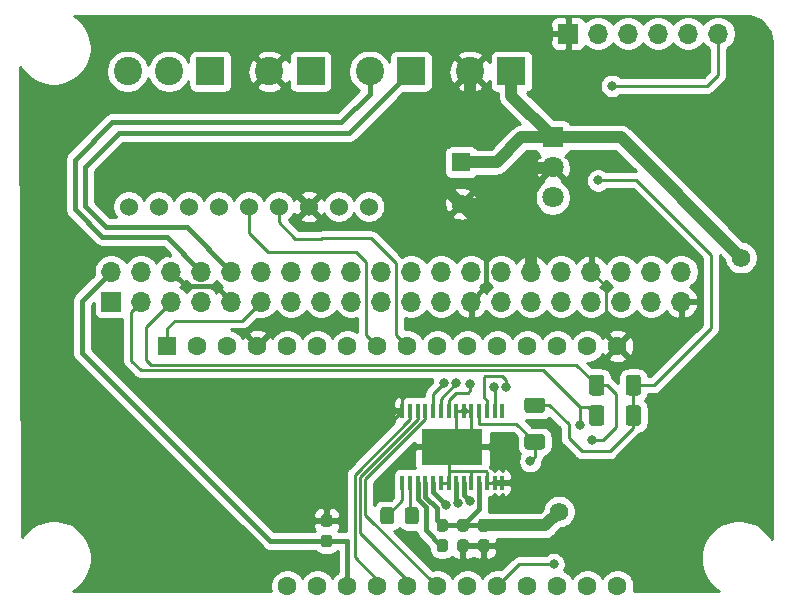
<source format=gbr>
G04 #@! TF.GenerationSoftware,KiCad,Pcbnew,(5.1.10-1-10_14)*
G04 #@! TF.CreationDate,2021-07-05T16:27:43+02:00*
G04 #@! TF.ProjectId,cablebot_camera,6361626c-6562-46f7-945f-63616d657261,1.0*
G04 #@! TF.SameCoordinates,Original*
G04 #@! TF.FileFunction,Copper,L1,Top*
G04 #@! TF.FilePolarity,Positive*
%FSLAX46Y46*%
G04 Gerber Fmt 4.6, Leading zero omitted, Abs format (unit mm)*
G04 Created by KiCad (PCBNEW (5.1.10-1-10_14)) date 2021-07-05 16:27:43*
%MOMM*%
%LPD*%
G01*
G04 APERTURE LIST*
G04 #@! TA.AperFunction,SMDPad,CuDef*
%ADD10R,5.199380X3.098800*%
G04 #@! TD*
G04 #@! TA.AperFunction,SMDPad,CuDef*
%ADD11R,0.304800X1.239520*%
G04 #@! TD*
G04 #@! TA.AperFunction,ComponentPad*
%ADD12O,1.700000X1.700000*%
G04 #@! TD*
G04 #@! TA.AperFunction,ComponentPad*
%ADD13R,1.700000X1.700000*%
G04 #@! TD*
G04 #@! TA.AperFunction,ComponentPad*
%ADD14C,2.400000*%
G04 #@! TD*
G04 #@! TA.AperFunction,ComponentPad*
%ADD15R,2.400000X2.400000*%
G04 #@! TD*
G04 #@! TA.AperFunction,ComponentPad*
%ADD16C,1.600000*%
G04 #@! TD*
G04 #@! TA.AperFunction,ComponentPad*
%ADD17R,1.600000X1.600000*%
G04 #@! TD*
G04 #@! TA.AperFunction,ComponentPad*
%ADD18C,1.800000*%
G04 #@! TD*
G04 #@! TA.AperFunction,ComponentPad*
%ADD19R,1.800000X1.800000*%
G04 #@! TD*
G04 #@! TA.AperFunction,ComponentPad*
%ADD20C,1.524000*%
G04 #@! TD*
G04 #@! TA.AperFunction,ViaPad*
%ADD21C,0.800000*%
G04 #@! TD*
G04 #@! TA.AperFunction,ViaPad*
%ADD22C,1.574800*%
G04 #@! TD*
G04 #@! TA.AperFunction,Conductor*
%ADD23C,0.250000*%
G04 #@! TD*
G04 #@! TA.AperFunction,Conductor*
%ADD24C,0.400000*%
G04 #@! TD*
G04 #@! TA.AperFunction,Conductor*
%ADD25C,1.000000*%
G04 #@! TD*
G04 #@! TA.AperFunction,Conductor*
%ADD26C,0.254000*%
G04 #@! TD*
G04 #@! TA.AperFunction,Conductor*
%ADD27C,0.100000*%
G04 #@! TD*
G04 APERTURE END LIST*
D10*
X154782000Y-108118000D03*
D11*
X150557980Y-105077620D03*
X151208220Y-105077620D03*
X151858460Y-105077620D03*
X152508700Y-105077620D03*
X153158940Y-105077620D03*
X153809180Y-105077620D03*
X154459420Y-105077620D03*
X155104580Y-105077620D03*
X155754820Y-105077620D03*
X156405060Y-105077620D03*
X157055300Y-105077620D03*
X157705540Y-105077620D03*
X158355780Y-105077620D03*
X159006020Y-105077620D03*
X159006020Y-111158380D03*
X158355780Y-111158380D03*
X157705540Y-111158380D03*
X157055300Y-111158380D03*
X156405060Y-111158380D03*
X155754820Y-111158380D03*
X155104580Y-111158380D03*
X154459420Y-111158380D03*
X153809180Y-111158380D03*
X153158940Y-111158380D03*
X152508700Y-111158380D03*
X151858460Y-111158380D03*
X151208220Y-111158380D03*
X150557980Y-111158380D03*
G04 #@! TA.AperFunction,SMDPad,CuDef*
G36*
G01*
X167657000Y-102293000D02*
X167657000Y-103543000D01*
G75*
G02*
X167407000Y-103793000I-250000J0D01*
G01*
X166607000Y-103793000D01*
G75*
G02*
X166357000Y-103543000I0J250000D01*
G01*
X166357000Y-102293000D01*
G75*
G02*
X166607000Y-102043000I250000J0D01*
G01*
X167407000Y-102043000D01*
G75*
G02*
X167657000Y-102293000I0J-250000D01*
G01*
G37*
G04 #@! TD.AperFunction*
G04 #@! TA.AperFunction,SMDPad,CuDef*
G36*
G01*
X170757000Y-102293000D02*
X170757000Y-103543000D01*
G75*
G02*
X170507000Y-103793000I-250000J0D01*
G01*
X169707000Y-103793000D01*
G75*
G02*
X169457000Y-103543000I0J250000D01*
G01*
X169457000Y-102293000D01*
G75*
G02*
X169707000Y-102043000I250000J0D01*
G01*
X170507000Y-102043000D01*
G75*
G02*
X170757000Y-102293000I0J-250000D01*
G01*
G37*
G04 #@! TD.AperFunction*
G04 #@! TA.AperFunction,SMDPad,CuDef*
G36*
G01*
X167657000Y-104868000D02*
X167657000Y-106118000D01*
G75*
G02*
X167407000Y-106368000I-250000J0D01*
G01*
X166607000Y-106368000D01*
G75*
G02*
X166357000Y-106118000I0J250000D01*
G01*
X166357000Y-104868000D01*
G75*
G02*
X166607000Y-104618000I250000J0D01*
G01*
X167407000Y-104618000D01*
G75*
G02*
X167657000Y-104868000I0J-250000D01*
G01*
G37*
G04 #@! TD.AperFunction*
G04 #@! TA.AperFunction,SMDPad,CuDef*
G36*
G01*
X170757000Y-104868000D02*
X170757000Y-106118000D01*
G75*
G02*
X170507000Y-106368000I-250000J0D01*
G01*
X169707000Y-106368000D01*
G75*
G02*
X169457000Y-106118000I0J250000D01*
G01*
X169457000Y-104868000D01*
G75*
G02*
X169707000Y-104618000I250000J0D01*
G01*
X170507000Y-104618000D01*
G75*
G02*
X170757000Y-104868000I0J-250000D01*
G01*
G37*
G04 #@! TD.AperFunction*
G04 #@! TA.AperFunction,SMDPad,CuDef*
G36*
G01*
X143894500Y-115568000D02*
X144369500Y-115568000D01*
G75*
G02*
X144607000Y-115805500I0J-237500D01*
G01*
X144607000Y-116405500D01*
G75*
G02*
X144369500Y-116643000I-237500J0D01*
G01*
X143894500Y-116643000D01*
G75*
G02*
X143657000Y-116405500I0J237500D01*
G01*
X143657000Y-115805500D01*
G75*
G02*
X143894500Y-115568000I237500J0D01*
G01*
G37*
G04 #@! TD.AperFunction*
G04 #@! TA.AperFunction,SMDPad,CuDef*
G36*
G01*
X143894500Y-113843000D02*
X144369500Y-113843000D01*
G75*
G02*
X144607000Y-114080500I0J-237500D01*
G01*
X144607000Y-114680500D01*
G75*
G02*
X144369500Y-114918000I-237500J0D01*
G01*
X143894500Y-114918000D01*
G75*
G02*
X143657000Y-114680500I0J237500D01*
G01*
X143657000Y-114080500D01*
G75*
G02*
X143894500Y-113843000I237500J0D01*
G01*
G37*
G04 #@! TD.AperFunction*
G04 #@! TA.AperFunction,SMDPad,CuDef*
G36*
G01*
X157669500Y-115318000D02*
X157194500Y-115318000D01*
G75*
G02*
X156957000Y-115080500I0J237500D01*
G01*
X156957000Y-114480500D01*
G75*
G02*
X157194500Y-114243000I237500J0D01*
G01*
X157669500Y-114243000D01*
G75*
G02*
X157907000Y-114480500I0J-237500D01*
G01*
X157907000Y-115080500D01*
G75*
G02*
X157669500Y-115318000I-237500J0D01*
G01*
G37*
G04 #@! TD.AperFunction*
G04 #@! TA.AperFunction,SMDPad,CuDef*
G36*
G01*
X157669500Y-117043000D02*
X157194500Y-117043000D01*
G75*
G02*
X156957000Y-116805500I0J237500D01*
G01*
X156957000Y-116205500D01*
G75*
G02*
X157194500Y-115968000I237500J0D01*
G01*
X157669500Y-115968000D01*
G75*
G02*
X157907000Y-116205500I0J-237500D01*
G01*
X157907000Y-116805500D01*
G75*
G02*
X157669500Y-117043000I-237500J0D01*
G01*
G37*
G04 #@! TD.AperFunction*
G04 #@! TA.AperFunction,SMDPad,CuDef*
G36*
G01*
X153694500Y-115968000D02*
X154169500Y-115968000D01*
G75*
G02*
X154407000Y-116205500I0J-237500D01*
G01*
X154407000Y-116805500D01*
G75*
G02*
X154169500Y-117043000I-237500J0D01*
G01*
X153694500Y-117043000D01*
G75*
G02*
X153457000Y-116805500I0J237500D01*
G01*
X153457000Y-116205500D01*
G75*
G02*
X153694500Y-115968000I237500J0D01*
G01*
G37*
G04 #@! TD.AperFunction*
G04 #@! TA.AperFunction,SMDPad,CuDef*
G36*
G01*
X153694500Y-114243000D02*
X154169500Y-114243000D01*
G75*
G02*
X154407000Y-114480500I0J-237500D01*
G01*
X154407000Y-115080500D01*
G75*
G02*
X154169500Y-115318000I-237500J0D01*
G01*
X153694500Y-115318000D01*
G75*
G02*
X153457000Y-115080500I0J237500D01*
G01*
X153457000Y-114480500D01*
G75*
G02*
X153694500Y-114243000I237500J0D01*
G01*
G37*
G04 #@! TD.AperFunction*
G04 #@! TA.AperFunction,SMDPad,CuDef*
G36*
G01*
X155919500Y-115318000D02*
X155444500Y-115318000D01*
G75*
G02*
X155207000Y-115080500I0J237500D01*
G01*
X155207000Y-114480500D01*
G75*
G02*
X155444500Y-114243000I237500J0D01*
G01*
X155919500Y-114243000D01*
G75*
G02*
X156157000Y-114480500I0J-237500D01*
G01*
X156157000Y-115080500D01*
G75*
G02*
X155919500Y-115318000I-237500J0D01*
G01*
G37*
G04 #@! TD.AperFunction*
G04 #@! TA.AperFunction,SMDPad,CuDef*
G36*
G01*
X155919500Y-117043000D02*
X155444500Y-117043000D01*
G75*
G02*
X155207000Y-116805500I0J237500D01*
G01*
X155207000Y-116205500D01*
G75*
G02*
X155444500Y-115968000I237500J0D01*
G01*
X155919500Y-115968000D01*
G75*
G02*
X156157000Y-116205500I0J-237500D01*
G01*
X156157000Y-116805500D01*
G75*
G02*
X155919500Y-117043000I-237500J0D01*
G01*
G37*
G04 #@! TD.AperFunction*
G04 #@! TA.AperFunction,SMDPad,CuDef*
G36*
G01*
X150757000Y-114443000D02*
X150757000Y-113493000D01*
G75*
G02*
X151007000Y-113243000I250000J0D01*
G01*
X151682000Y-113243000D01*
G75*
G02*
X151932000Y-113493000I0J-250000D01*
G01*
X151932000Y-114443000D01*
G75*
G02*
X151682000Y-114693000I-250000J0D01*
G01*
X151007000Y-114693000D01*
G75*
G02*
X150757000Y-114443000I0J250000D01*
G01*
G37*
G04 #@! TD.AperFunction*
G04 #@! TA.AperFunction,SMDPad,CuDef*
G36*
G01*
X148682000Y-114443000D02*
X148682000Y-113493000D01*
G75*
G02*
X148932000Y-113243000I250000J0D01*
G01*
X149607000Y-113243000D01*
G75*
G02*
X149857000Y-113493000I0J-250000D01*
G01*
X149857000Y-114443000D01*
G75*
G02*
X149607000Y-114693000I-250000J0D01*
G01*
X148932000Y-114693000D01*
G75*
G02*
X148682000Y-114443000I0J250000D01*
G01*
G37*
G04 #@! TD.AperFunction*
D12*
X177282000Y-73143000D03*
X174742000Y-73143000D03*
X172202000Y-73143000D03*
X169662000Y-73143000D03*
X167122000Y-73143000D03*
D13*
X164582000Y-73143000D03*
G04 #@! TA.AperFunction,SMDPad,CuDef*
G36*
G01*
X162382000Y-105268000D02*
X161132000Y-105268000D01*
G75*
G02*
X160882000Y-105018000I0J250000D01*
G01*
X160882000Y-104218000D01*
G75*
G02*
X161132000Y-103968000I250000J0D01*
G01*
X162382000Y-103968000D01*
G75*
G02*
X162632000Y-104218000I0J-250000D01*
G01*
X162632000Y-105018000D01*
G75*
G02*
X162382000Y-105268000I-250000J0D01*
G01*
G37*
G04 #@! TD.AperFunction*
G04 #@! TA.AperFunction,SMDPad,CuDef*
G36*
G01*
X162382000Y-108368000D02*
X161132000Y-108368000D01*
G75*
G02*
X160882000Y-108118000I0J250000D01*
G01*
X160882000Y-107318000D01*
G75*
G02*
X161132000Y-107068000I250000J0D01*
G01*
X162382000Y-107068000D01*
G75*
G02*
X162632000Y-107318000I0J-250000D01*
G01*
X162632000Y-108118000D01*
G75*
G02*
X162382000Y-108368000I-250000J0D01*
G01*
G37*
G04 #@! TD.AperFunction*
D14*
X127282000Y-76343000D03*
X130782000Y-76343000D03*
D15*
X134282000Y-76343000D03*
D16*
X155532000Y-87543000D03*
D17*
X155532000Y-84043000D03*
D14*
X139282000Y-76343000D03*
D15*
X142782000Y-76343000D03*
D14*
X147782000Y-76343000D03*
D15*
X151282000Y-76343000D03*
D18*
X163282000Y-87023000D03*
X163282000Y-84483000D03*
D19*
X163282000Y-81943000D03*
D14*
X156282000Y-76343000D03*
D15*
X159782000Y-76343000D03*
D20*
X127397000Y-87793000D03*
X129937000Y-87793000D03*
X132477000Y-87793000D03*
X135017000Y-87793000D03*
X137557000Y-87793000D03*
X140097000Y-87793000D03*
X142637000Y-87793000D03*
X145177000Y-87793000D03*
X147717000Y-87793000D03*
D16*
X168757000Y-119921000D03*
X166217000Y-119921000D03*
X163677000Y-119921000D03*
X161137000Y-119921000D03*
X158597000Y-119921000D03*
X156057000Y-119921000D03*
X153517000Y-119921000D03*
X150977000Y-119921000D03*
X148437000Y-119921000D03*
X145897000Y-119921000D03*
X143357000Y-119921000D03*
X140817000Y-119921000D03*
D17*
X130657000Y-99601000D03*
D16*
X133197000Y-99601000D03*
X135737000Y-99601000D03*
X138277000Y-99601000D03*
X140817000Y-99601000D03*
X143357000Y-99601000D03*
X145897000Y-99601000D03*
X148437000Y-99601000D03*
X150977000Y-99601000D03*
X153517000Y-99601000D03*
X156057000Y-99601000D03*
X158597000Y-99601000D03*
X161137000Y-99601000D03*
X163677000Y-99601000D03*
X166217000Y-99601000D03*
X168757000Y-99601000D03*
D13*
X125902000Y-95838000D03*
D12*
X125902000Y-93298000D03*
X128442000Y-95838000D03*
X128442000Y-93298000D03*
X130982000Y-95838000D03*
X130982000Y-93298000D03*
X133522000Y-95838000D03*
X133522000Y-93298000D03*
X136062000Y-95838000D03*
X136062000Y-93298000D03*
X138602000Y-95838000D03*
X138602000Y-93298000D03*
X141142000Y-95838000D03*
X141142000Y-93298000D03*
X143682000Y-95838000D03*
X143682000Y-93298000D03*
X146222000Y-95838000D03*
X146222000Y-93298000D03*
X148762000Y-95838000D03*
X148762000Y-93298000D03*
X151302000Y-95838000D03*
X151302000Y-93298000D03*
X153842000Y-95838000D03*
X153842000Y-93298000D03*
X156382000Y-95838000D03*
X156382000Y-93298000D03*
X158922000Y-95838000D03*
X158922000Y-93298000D03*
X161462000Y-95838000D03*
X161462000Y-93298000D03*
X164002000Y-95838000D03*
X164002000Y-93298000D03*
X166542000Y-95838000D03*
X166542000Y-93298000D03*
X169082000Y-95838000D03*
X169082000Y-93298000D03*
X171622000Y-95838000D03*
X171622000Y-93298000D03*
X174162000Y-95838000D03*
X174162000Y-93298000D03*
D21*
X150557000Y-103518000D03*
X150457000Y-91393000D03*
X165582000Y-106293000D03*
X166632001Y-107592999D03*
X167122000Y-85578000D03*
D22*
X163832000Y-113618000D03*
X179207000Y-92118000D03*
D21*
X156306979Y-102776039D03*
X155132000Y-102768000D03*
X154057000Y-102768000D03*
X158332364Y-103040577D03*
X159332000Y-103068000D03*
X156251326Y-112750836D03*
X155261512Y-112893217D03*
X154261512Y-113068010D03*
X168307000Y-77568000D03*
X161382000Y-109343000D03*
X163357000Y-118068000D03*
D23*
X157705540Y-111158380D02*
X158355780Y-111158380D01*
X158355780Y-111158380D02*
X159006020Y-111158380D01*
X157705540Y-110288620D02*
X157705540Y-111158380D01*
X157630539Y-110213619D02*
X157705540Y-110288620D01*
X156480061Y-110213619D02*
X157630539Y-110213619D01*
X156405060Y-110288620D02*
X156480061Y-110213619D01*
X156405060Y-111158380D02*
X156405060Y-110288620D01*
X153809180Y-111158380D02*
X154459420Y-111158380D01*
X154459420Y-110288620D02*
X154534421Y-110213619D01*
X154534421Y-110213619D02*
X156480061Y-110213619D01*
X154459420Y-111158380D02*
X154459420Y-110288620D01*
X155104580Y-105077620D02*
X156405060Y-105077620D01*
X157706691Y-111157229D02*
X157705540Y-111158380D01*
X154459420Y-108440580D02*
X154782000Y-108118000D01*
X154459420Y-111158380D02*
X154459420Y-108440580D01*
X155104580Y-107795420D02*
X154782000Y-108118000D01*
X155104580Y-105077620D02*
X155104580Y-107795420D01*
X150557980Y-103518980D02*
X150557000Y-103518000D01*
X150557980Y-105077620D02*
X150557980Y-103518980D01*
D24*
X155682000Y-116505500D02*
X157432000Y-116505500D01*
D23*
X144132000Y-111503600D02*
X144132000Y-114380500D01*
X150557980Y-105077620D02*
X144132000Y-111503600D01*
D24*
X134772001Y-94548001D02*
X136062000Y-95838000D01*
X132232001Y-94548001D02*
X134772001Y-94548001D01*
X130982000Y-93298000D02*
X132232001Y-94548001D01*
D23*
X167792001Y-94548001D02*
X167792001Y-98636001D01*
X167792001Y-98636001D02*
X168757000Y-99601000D01*
X166542000Y-93298000D02*
X167792001Y-94548001D01*
D25*
X153057000Y-82368000D02*
X153057000Y-85068000D01*
X153057000Y-85068000D02*
X155532000Y-87543000D01*
X156282000Y-79143000D02*
X153057000Y-82368000D01*
X156282000Y-76343000D02*
X156282000Y-79143000D01*
D24*
X157671999Y-89682999D02*
X155532000Y-87543000D01*
X157671999Y-94548001D02*
X157671999Y-89682999D01*
X156382000Y-95838000D02*
X157671999Y-94548001D01*
D25*
X161462000Y-91923000D02*
X161462000Y-93298000D01*
X159442000Y-89903000D02*
X161462000Y-91923000D01*
X157892000Y-89903000D02*
X159442000Y-89903000D01*
X155532000Y-87543000D02*
X157892000Y-89903000D01*
X158732000Y-87543000D02*
X155532000Y-87543000D01*
X161782000Y-84493000D02*
X158732000Y-87543000D01*
X163272000Y-84493000D02*
X161782000Y-84493000D01*
X163282000Y-84483000D02*
X163272000Y-84493000D01*
D23*
X156405060Y-105077620D02*
X156405060Y-107425620D01*
D24*
X163944500Y-116505500D02*
X157432000Y-116505500D01*
X165707000Y-113018000D02*
X165707000Y-114743000D01*
X165707000Y-114743000D02*
X163944500Y-116505500D01*
X163847380Y-111158380D02*
X165707000Y-113018000D01*
X159006020Y-111158380D02*
X163847380Y-111158380D01*
D23*
X165582000Y-104793000D02*
X165582000Y-106293000D01*
X127592001Y-100828001D02*
X128407001Y-101643001D01*
X128407001Y-101643001D02*
X162432001Y-101643001D01*
X162432001Y-101643001D02*
X165582000Y-104793000D01*
X127592001Y-96687999D02*
X127592001Y-100828001D01*
X128442000Y-95838000D02*
X127592001Y-96687999D01*
X166307000Y-104793000D02*
X167007000Y-105493000D01*
X165582000Y-104793000D02*
X166307000Y-104793000D01*
X165281990Y-101192990D02*
X167007000Y-102918000D01*
X129231990Y-101192990D02*
X165281990Y-101192990D01*
X128857000Y-97963000D02*
X128857000Y-100818000D01*
X128857000Y-100818000D02*
X129231990Y-101192990D01*
X130982000Y-95838000D02*
X128857000Y-97963000D01*
X167907000Y-102918000D02*
X168657000Y-103668000D01*
X167507001Y-107592999D02*
X166632001Y-107592999D01*
X168657000Y-106443000D02*
X167507001Y-107592999D01*
X168657000Y-103668000D02*
X168657000Y-106443000D01*
X167007000Y-102918000D02*
X167907000Y-102918000D01*
D24*
X123432000Y-95768000D02*
X125902000Y-93298000D01*
X145897000Y-119921000D02*
X145897000Y-116108000D01*
X145897000Y-116108000D02*
X145882000Y-116093000D01*
X145882000Y-116093000D02*
X139333996Y-116093000D01*
X139333996Y-116093000D02*
X123432000Y-100191004D01*
X123432000Y-100191004D02*
X123432000Y-95768000D01*
D23*
X170107000Y-102918000D02*
X170107000Y-105493000D01*
X170107000Y-102918000D02*
X171857000Y-102918000D01*
X171857000Y-102918000D02*
X176657000Y-98118000D01*
X176657000Y-98118000D02*
X176657000Y-91868000D01*
X170367000Y-85578000D02*
X167122000Y-85578000D01*
X176657000Y-91868000D02*
X170367000Y-85578000D01*
X170107000Y-106518000D02*
X170107000Y-105493000D01*
X168107000Y-108518000D02*
X170107000Y-106518000D01*
X163007000Y-104618000D02*
X164632000Y-106243000D01*
X165732000Y-108518000D02*
X168107000Y-108518000D01*
X164632000Y-106243000D02*
X164632000Y-107418000D01*
X164632000Y-107418000D02*
X165732000Y-108518000D01*
X161757000Y-104618000D02*
X163007000Y-104618000D01*
D24*
X157055300Y-113407200D02*
X155682000Y-114780500D01*
X157055300Y-111158380D02*
X157055300Y-113407200D01*
X153932000Y-114780500D02*
X157432000Y-114780500D01*
D25*
X157432000Y-114780500D02*
X162669500Y-114780500D01*
X162669500Y-114780500D02*
X163832000Y-113618000D01*
D24*
X152508700Y-112349200D02*
X153461511Y-113302011D01*
X152508700Y-111158380D02*
X152508700Y-112349200D01*
X153461511Y-114310011D02*
X153932000Y-114780500D01*
X153461511Y-113302011D02*
X153461511Y-114310011D01*
D25*
X159782000Y-78443000D02*
X163282000Y-81943000D01*
X159782000Y-76343000D02*
X159782000Y-78443000D01*
X155532000Y-84043000D02*
X158532000Y-84043000D01*
X160632000Y-81943000D02*
X163282000Y-81943000D01*
X158532000Y-84043000D02*
X160632000Y-81943000D01*
X169032000Y-81943000D02*
X179207000Y-92118000D01*
X163282000Y-81943000D02*
X169032000Y-81943000D01*
D23*
X154459420Y-105077620D02*
X154459420Y-104207860D01*
X155124277Y-103543003D02*
X156105700Y-103543003D01*
X156306979Y-103341724D02*
X156306979Y-102776039D01*
X156105700Y-103543003D02*
X156306979Y-103341724D01*
X154459420Y-104207860D02*
X155124277Y-103543003D01*
X153809180Y-105077620D02*
X153809180Y-104090820D01*
X153809180Y-104090820D02*
X155132000Y-102768000D01*
X153158940Y-105077620D02*
X153158940Y-103666060D01*
X153158940Y-103666060D02*
X154057000Y-102768000D01*
X152508700Y-105770712D02*
X152508700Y-105077620D01*
X147407000Y-110872412D02*
X152508700Y-105770712D01*
X147407000Y-113880500D02*
X147407000Y-110872412D01*
X153447500Y-119921000D02*
X147407000Y-113880500D01*
X153517000Y-119921000D02*
X153447500Y-119921000D01*
X153517000Y-119413000D02*
X153517000Y-119921000D01*
X151858460Y-105784542D02*
X151858460Y-105077620D01*
X146957000Y-115393000D02*
X146957000Y-110686002D01*
X150977000Y-119413000D02*
X146957000Y-115393000D01*
X146957000Y-110686002D02*
X151858460Y-105784542D01*
X150977000Y-119921000D02*
X150977000Y-119413000D01*
X148437000Y-119413000D02*
X146506989Y-117482989D01*
X146506989Y-117482989D02*
X146506989Y-110485773D01*
X151208220Y-105784542D02*
X151208220Y-105077620D01*
X146506989Y-110485773D02*
X151208220Y-105784542D01*
X158355780Y-105077620D02*
X158355780Y-103063993D01*
X158355780Y-103063993D02*
X158332364Y-103040577D01*
X157707000Y-105076160D02*
X157705540Y-105077620D01*
X159332000Y-102502315D02*
X159332000Y-103068000D01*
X157705540Y-105077620D02*
X157705540Y-104207860D01*
X157705540Y-104207860D02*
X157482000Y-103984320D01*
X157482000Y-103984320D02*
X157482000Y-102244998D01*
X157482000Y-102244998D02*
X157584000Y-102142998D01*
X158972683Y-102142998D02*
X159332000Y-102502315D01*
X157584000Y-102142998D02*
X158972683Y-102142998D01*
X151344500Y-113543000D02*
X151319500Y-113518000D01*
X151344500Y-113968000D02*
X151344500Y-113543000D01*
X151208220Y-113831720D02*
X151344500Y-113968000D01*
X151208220Y-111158380D02*
X151208220Y-113831720D01*
X150557980Y-112679520D02*
X149269500Y-113968000D01*
X150557980Y-111158380D02*
X150557980Y-112679520D01*
D24*
X152532000Y-113268000D02*
X151858460Y-112594460D01*
X151858460Y-112594460D02*
X151858460Y-111158380D01*
X152532000Y-115218000D02*
X152532000Y-113268000D01*
X153832000Y-116518000D02*
X152532000Y-115218000D01*
X155754820Y-112254330D02*
X156251326Y-112750836D01*
X155754820Y-111158380D02*
X155754820Y-112254330D01*
X155104580Y-112736285D02*
X155261512Y-112893217D01*
X155104580Y-111158380D02*
X155104580Y-112736285D01*
X153158940Y-111158380D02*
X153158940Y-111965438D01*
X153158940Y-111965438D02*
X154261512Y-113068010D01*
D23*
X130657000Y-98118000D02*
X130657000Y-99601000D01*
X131332000Y-97443000D02*
X130657000Y-98118000D01*
X136997000Y-97443000D02*
X131332000Y-97443000D01*
X138602000Y-95838000D02*
X136997000Y-97443000D01*
X146632000Y-91643000D02*
X139207000Y-91643000D01*
X139207000Y-91643000D02*
X137557000Y-89993000D01*
X147507000Y-92518000D02*
X146632000Y-91643000D01*
X147507000Y-98671000D02*
X147507000Y-92518000D01*
X137557000Y-89993000D02*
X137557000Y-87793000D01*
X148437000Y-99601000D02*
X147507000Y-98671000D01*
X140097000Y-89133000D02*
X140097000Y-87793000D01*
X141482000Y-90518000D02*
X140097000Y-89133000D01*
X143703238Y-90518000D02*
X141482000Y-90518000D01*
X143728238Y-90493000D02*
X143703238Y-90518000D01*
X147932000Y-90493000D02*
X143728238Y-90493000D01*
X150032000Y-92593000D02*
X147932000Y-90493000D01*
X150032000Y-98656000D02*
X150032000Y-92593000D01*
X150977000Y-99601000D02*
X150032000Y-98656000D01*
D24*
X147782000Y-78243000D02*
X147782000Y-76343000D01*
X125982000Y-80643000D02*
X145382000Y-80643000D01*
X125157000Y-90393000D02*
X122807000Y-88043000D01*
X145382000Y-80643000D02*
X147782000Y-78243000D01*
X130617000Y-90393000D02*
X125157000Y-90393000D01*
X122807000Y-83818000D02*
X125982000Y-80643000D01*
X122807000Y-88043000D02*
X122807000Y-83818000D01*
X133522000Y-93298000D02*
X130617000Y-90393000D01*
X132306990Y-89542990D02*
X136062000Y-93298000D01*
X123682000Y-84466542D02*
X123682000Y-87744458D01*
X123682000Y-87744458D02*
X125480532Y-89542990D01*
X125480532Y-89542990D02*
X132306990Y-89542990D01*
X146056990Y-81568010D02*
X126580532Y-81568010D01*
X126580532Y-81568010D02*
X123682000Y-84466542D01*
X151282000Y-76343000D02*
X146056990Y-81568010D01*
D23*
X168307000Y-77568000D02*
X176382000Y-77568000D01*
X177282000Y-76668000D02*
X177282000Y-73143000D01*
X176382000Y-77568000D02*
X177282000Y-76668000D01*
X157055300Y-105919542D02*
X157055300Y-105077620D01*
X157057000Y-105921242D02*
X157055300Y-105919542D01*
X160207599Y-106168599D02*
X157057000Y-106168599D01*
X157057000Y-106168599D02*
X157057000Y-105921242D01*
X161757000Y-107718000D02*
X160207599Y-106168599D01*
X161757000Y-108968000D02*
X161382000Y-109343000D01*
X161757000Y-107718000D02*
X161757000Y-108968000D01*
X160450000Y-118068000D02*
X163357000Y-118068000D01*
X158597000Y-119921000D02*
X160450000Y-118068000D01*
D26*
X179980857Y-71676100D02*
X180412620Y-71806457D01*
X180810839Y-72018193D01*
X181160347Y-72303245D01*
X181447835Y-72650758D01*
X181662342Y-73047482D01*
X181795712Y-73478330D01*
X181846192Y-73958612D01*
X181822395Y-115935675D01*
X181538575Y-115510907D01*
X181089093Y-115061425D01*
X180560558Y-114708270D01*
X179973281Y-114465012D01*
X179349832Y-114341000D01*
X178714168Y-114341000D01*
X178090719Y-114465012D01*
X177503442Y-114708270D01*
X176974907Y-115061425D01*
X176525425Y-115510907D01*
X176172270Y-116039442D01*
X175929012Y-116626719D01*
X175805000Y-117250168D01*
X175805000Y-117885832D01*
X175929012Y-118509281D01*
X176172270Y-119096558D01*
X176525425Y-119625093D01*
X176974907Y-120074575D01*
X177397886Y-120357200D01*
X170129552Y-120357200D01*
X170136853Y-120339574D01*
X170192000Y-120062335D01*
X170192000Y-119779665D01*
X170136853Y-119502426D01*
X170028680Y-119241273D01*
X169871637Y-119006241D01*
X169671759Y-118806363D01*
X169436727Y-118649320D01*
X169175574Y-118541147D01*
X168898335Y-118486000D01*
X168615665Y-118486000D01*
X168338426Y-118541147D01*
X168077273Y-118649320D01*
X167842241Y-118806363D01*
X167642363Y-119006241D01*
X167487000Y-119238759D01*
X167331637Y-119006241D01*
X167131759Y-118806363D01*
X166896727Y-118649320D01*
X166635574Y-118541147D01*
X166358335Y-118486000D01*
X166075665Y-118486000D01*
X165798426Y-118541147D01*
X165537273Y-118649320D01*
X165302241Y-118806363D01*
X165102363Y-119006241D01*
X164947000Y-119238759D01*
X164791637Y-119006241D01*
X164591759Y-118806363D01*
X164356727Y-118649320D01*
X164244437Y-118602808D01*
X164274205Y-118558256D01*
X164352226Y-118369898D01*
X164392000Y-118169939D01*
X164392000Y-117966061D01*
X164352226Y-117766102D01*
X164274205Y-117577744D01*
X164160937Y-117408226D01*
X164016774Y-117264063D01*
X163847256Y-117150795D01*
X163658898Y-117072774D01*
X163458939Y-117033000D01*
X163255061Y-117033000D01*
X163055102Y-117072774D01*
X162866744Y-117150795D01*
X162697226Y-117264063D01*
X162653289Y-117308000D01*
X160487325Y-117308000D01*
X160450000Y-117304324D01*
X160412675Y-117308000D01*
X160412667Y-117308000D01*
X160301014Y-117318997D01*
X160157753Y-117362454D01*
X160025724Y-117433026D01*
X159909999Y-117527999D01*
X159886201Y-117556997D01*
X158920886Y-118522312D01*
X158738335Y-118486000D01*
X158455665Y-118486000D01*
X158178426Y-118541147D01*
X157917273Y-118649320D01*
X157682241Y-118806363D01*
X157482363Y-119006241D01*
X157327000Y-119238759D01*
X157171637Y-119006241D01*
X156971759Y-118806363D01*
X156736727Y-118649320D01*
X156475574Y-118541147D01*
X156198335Y-118486000D01*
X155915665Y-118486000D01*
X155638426Y-118541147D01*
X155377273Y-118649320D01*
X155142241Y-118806363D01*
X154942363Y-119006241D01*
X154787000Y-119238759D01*
X154631637Y-119006241D01*
X154431759Y-118806363D01*
X154196727Y-118649320D01*
X153935574Y-118541147D01*
X153658335Y-118486000D01*
X153375665Y-118486000D01*
X153135145Y-118533843D01*
X149883876Y-115282575D01*
X149946850Y-115263472D01*
X150100386Y-115181405D01*
X150234962Y-115070962D01*
X150307000Y-114983183D01*
X150379038Y-115070962D01*
X150513614Y-115181405D01*
X150667150Y-115263472D01*
X150833746Y-115314008D01*
X151007000Y-115331072D01*
X151682000Y-115331072D01*
X151703884Y-115328917D01*
X151709082Y-115381688D01*
X151756828Y-115539086D01*
X151834364Y-115684145D01*
X151938709Y-115811291D01*
X151970578Y-115837446D01*
X152818928Y-116685796D01*
X152818928Y-116805500D01*
X152835752Y-116976316D01*
X152885577Y-117140567D01*
X152966488Y-117291942D01*
X153075377Y-117424623D01*
X153208058Y-117533512D01*
X153359433Y-117614423D01*
X153523684Y-117664248D01*
X153694500Y-117681072D01*
X154169500Y-117681072D01*
X154340316Y-117664248D01*
X154504567Y-117614423D01*
X154655942Y-117533512D01*
X154734906Y-117468707D01*
X154755815Y-117494185D01*
X154852506Y-117573537D01*
X154962820Y-117632502D01*
X155082518Y-117668812D01*
X155207000Y-117681072D01*
X155396250Y-117678000D01*
X155555000Y-117519250D01*
X155555000Y-116632500D01*
X155809000Y-116632500D01*
X155809000Y-117519250D01*
X155967750Y-117678000D01*
X156157000Y-117681072D01*
X156281482Y-117668812D01*
X156401180Y-117632502D01*
X156511494Y-117573537D01*
X156557000Y-117536191D01*
X156602506Y-117573537D01*
X156712820Y-117632502D01*
X156832518Y-117668812D01*
X156957000Y-117681072D01*
X157146250Y-117678000D01*
X157305000Y-117519250D01*
X157305000Y-116632500D01*
X157559000Y-116632500D01*
X157559000Y-117519250D01*
X157717750Y-117678000D01*
X157907000Y-117681072D01*
X158031482Y-117668812D01*
X158151180Y-117632502D01*
X158261494Y-117573537D01*
X158358185Y-117494185D01*
X158437537Y-117397494D01*
X158496502Y-117287180D01*
X158532812Y-117167482D01*
X158545072Y-117043000D01*
X158542000Y-116791250D01*
X158383250Y-116632500D01*
X157559000Y-116632500D01*
X157305000Y-116632500D01*
X155809000Y-116632500D01*
X155555000Y-116632500D01*
X155535000Y-116632500D01*
X155535000Y-116378500D01*
X155555000Y-116378500D01*
X155555000Y-116358500D01*
X155809000Y-116358500D01*
X155809000Y-116378500D01*
X157305000Y-116378500D01*
X157305000Y-116358500D01*
X157559000Y-116358500D01*
X157559000Y-116378500D01*
X158383250Y-116378500D01*
X158542000Y-116219750D01*
X158545072Y-115968000D01*
X158539901Y-115915500D01*
X162613749Y-115915500D01*
X162669500Y-115920991D01*
X162725251Y-115915500D01*
X162725252Y-115915500D01*
X162891999Y-115899077D01*
X163105947Y-115834176D01*
X163303123Y-115728784D01*
X163475949Y-115586949D01*
X163511496Y-115543636D01*
X164025318Y-115029813D01*
X164246899Y-114985738D01*
X164505759Y-114878514D01*
X164738727Y-114722850D01*
X164936850Y-114524727D01*
X165092514Y-114291759D01*
X165199738Y-114032899D01*
X165254400Y-113758094D01*
X165254400Y-113477906D01*
X165199738Y-113203101D01*
X165092514Y-112944241D01*
X164936850Y-112711273D01*
X164738727Y-112513150D01*
X164505759Y-112357486D01*
X164246899Y-112250262D01*
X163972094Y-112195600D01*
X163691906Y-112195600D01*
X163417101Y-112250262D01*
X163158241Y-112357486D01*
X162925273Y-112513150D01*
X162727150Y-112711273D01*
X162571486Y-112944241D01*
X162464262Y-113203101D01*
X162420187Y-113424682D01*
X162199369Y-113645500D01*
X157918603Y-113645500D01*
X157860895Y-113627995D01*
X157878218Y-113570889D01*
X157890300Y-113448219D01*
X157890300Y-113448209D01*
X157894339Y-113407201D01*
X157890300Y-113366193D01*
X157890300Y-112413073D01*
X157993002Y-112401754D01*
X158030660Y-112389630D01*
X158068318Y-112401754D01*
X158171630Y-112413140D01*
X158330380Y-112254390D01*
X158330380Y-112204363D01*
X158355780Y-112172322D01*
X158381180Y-112204363D01*
X158381180Y-112254390D01*
X158539930Y-112413140D01*
X158643242Y-112401754D01*
X158680900Y-112389630D01*
X158718558Y-112401754D01*
X158821870Y-112413140D01*
X158980620Y-112254390D01*
X158980620Y-112204363D01*
X159031420Y-112140281D01*
X159031420Y-112254390D01*
X159190170Y-112413140D01*
X159293482Y-112401754D01*
X159412548Y-112363422D01*
X159521848Y-112302598D01*
X159617181Y-112221619D01*
X159694885Y-112123598D01*
X159751972Y-112012301D01*
X159786250Y-111892006D01*
X159796400Y-111767334D01*
X159793420Y-111444130D01*
X159634670Y-111285380D01*
X159031420Y-111285380D01*
X159031420Y-111332370D01*
X158984430Y-111285380D01*
X158377370Y-111285380D01*
X158355780Y-111306970D01*
X158334190Y-111285380D01*
X158208780Y-111285380D01*
X158208780Y-111031380D01*
X158334190Y-111031380D01*
X158355780Y-111009790D01*
X158377370Y-111031380D01*
X158984430Y-111031380D01*
X159031420Y-110984390D01*
X159031420Y-111031380D01*
X159634670Y-111031380D01*
X159793420Y-110872630D01*
X159796400Y-110549426D01*
X159786250Y-110424754D01*
X159751972Y-110304459D01*
X159694885Y-110193162D01*
X159617181Y-110095141D01*
X159521848Y-110014162D01*
X159412548Y-109953338D01*
X159293482Y-109915006D01*
X159190170Y-109903620D01*
X159031420Y-110062370D01*
X159031420Y-110176479D01*
X158980620Y-110112397D01*
X158980620Y-110062370D01*
X158821870Y-109903620D01*
X158718558Y-109915006D01*
X158680900Y-109927130D01*
X158643242Y-109915006D01*
X158539930Y-109903620D01*
X158381180Y-110062370D01*
X158381180Y-110112397D01*
X158355780Y-110144438D01*
X158330380Y-110112397D01*
X158330380Y-110062370D01*
X158171630Y-109903620D01*
X158068318Y-109915006D01*
X158030660Y-109927130D01*
X157993002Y-109915006D01*
X157970676Y-109912545D01*
X157971192Y-109911580D01*
X158007502Y-109791882D01*
X158019762Y-109667400D01*
X158016690Y-108403750D01*
X157857940Y-108245000D01*
X154909000Y-108245000D01*
X154909000Y-108265000D01*
X154655000Y-108265000D01*
X154655000Y-108245000D01*
X151706060Y-108245000D01*
X151547310Y-108403750D01*
X151544238Y-109667400D01*
X151556498Y-109791882D01*
X151592808Y-109911580D01*
X151592870Y-109911696D01*
X151581578Y-109912808D01*
X151533340Y-109927441D01*
X151485102Y-109912808D01*
X151360620Y-109900548D01*
X151055820Y-109900548D01*
X150931338Y-109912808D01*
X150883100Y-109927441D01*
X150834862Y-109912808D01*
X150710380Y-109900548D01*
X150405580Y-109900548D01*
X150281098Y-109912808D01*
X150161400Y-109949118D01*
X150051086Y-110008083D01*
X149954395Y-110087435D01*
X149875043Y-110184126D01*
X149816078Y-110294440D01*
X149779768Y-110414138D01*
X149767508Y-110538620D01*
X149767508Y-111778140D01*
X149779768Y-111902622D01*
X149797981Y-111962661D01*
X149797981Y-112364717D01*
X149557770Y-112604928D01*
X148932000Y-112604928D01*
X148758746Y-112621992D01*
X148592150Y-112672528D01*
X148438614Y-112754595D01*
X148304038Y-112865038D01*
X148193595Y-112999614D01*
X148167000Y-113049370D01*
X148167000Y-111187213D01*
X151547249Y-107806965D01*
X151547310Y-107832250D01*
X151706060Y-107991000D01*
X154655000Y-107991000D01*
X154655000Y-107971000D01*
X154909000Y-107971000D01*
X154909000Y-107991000D01*
X157857940Y-107991000D01*
X158016690Y-107832250D01*
X158018887Y-106928599D01*
X159892798Y-106928599D01*
X160247359Y-107283161D01*
X160243928Y-107318000D01*
X160243928Y-108118000D01*
X160260992Y-108291254D01*
X160311528Y-108457850D01*
X160393595Y-108611386D01*
X160504038Y-108745962D01*
X160524774Y-108762979D01*
X160464795Y-108852744D01*
X160386774Y-109041102D01*
X160347000Y-109241061D01*
X160347000Y-109444939D01*
X160386774Y-109644898D01*
X160464795Y-109833256D01*
X160578063Y-110002774D01*
X160722226Y-110146937D01*
X160891744Y-110260205D01*
X161080102Y-110338226D01*
X161280061Y-110378000D01*
X161483939Y-110378000D01*
X161683898Y-110338226D01*
X161872256Y-110260205D01*
X162041774Y-110146937D01*
X162185937Y-110002774D01*
X162299205Y-109833256D01*
X162377226Y-109644898D01*
X162417000Y-109444939D01*
X162417000Y-109345456D01*
X162462546Y-109260247D01*
X162506003Y-109116986D01*
X162517000Y-109005333D01*
X162517000Y-109005324D01*
X162518248Y-108992653D01*
X162555254Y-108989008D01*
X162721850Y-108938472D01*
X162875386Y-108856405D01*
X163009962Y-108745962D01*
X163120405Y-108611386D01*
X163202472Y-108457850D01*
X163253008Y-108291254D01*
X163270072Y-108118000D01*
X163270072Y-107318000D01*
X163253008Y-107144746D01*
X163202472Y-106978150D01*
X163120405Y-106824614D01*
X163009962Y-106690038D01*
X162875386Y-106579595D01*
X162721850Y-106497528D01*
X162555254Y-106446992D01*
X162382000Y-106429928D01*
X161543730Y-106429928D01*
X161007623Y-105893822D01*
X161132000Y-105906072D01*
X162382000Y-105906072D01*
X162555254Y-105889008D01*
X162721850Y-105838472D01*
X162875386Y-105756405D01*
X162982609Y-105668410D01*
X163872000Y-106557802D01*
X163872001Y-107380668D01*
X163868324Y-107418000D01*
X163872001Y-107455333D01*
X163882998Y-107566986D01*
X163890889Y-107592999D01*
X163926454Y-107710246D01*
X163997026Y-107842276D01*
X164068201Y-107929002D01*
X164092000Y-107958001D01*
X164120998Y-107981799D01*
X165168201Y-109029003D01*
X165191999Y-109058001D01*
X165220997Y-109081799D01*
X165307723Y-109152974D01*
X165384505Y-109194015D01*
X165439753Y-109223546D01*
X165583014Y-109267003D01*
X165694667Y-109278000D01*
X165694677Y-109278000D01*
X165732000Y-109281676D01*
X165769323Y-109278000D01*
X168069678Y-109278000D01*
X168107000Y-109281676D01*
X168144322Y-109278000D01*
X168144333Y-109278000D01*
X168255986Y-109267003D01*
X168399247Y-109223546D01*
X168531276Y-109152974D01*
X168647001Y-109058001D01*
X168670804Y-109028997D01*
X170618004Y-107081798D01*
X170647001Y-107058001D01*
X170673332Y-107025917D01*
X170711368Y-106979570D01*
X170846850Y-106938472D01*
X171000386Y-106856405D01*
X171134962Y-106745962D01*
X171245405Y-106611386D01*
X171327472Y-106457850D01*
X171378008Y-106291254D01*
X171395072Y-106118000D01*
X171395072Y-104868000D01*
X171378008Y-104694746D01*
X171327472Y-104528150D01*
X171245405Y-104374614D01*
X171134962Y-104240038D01*
X171092877Y-104205500D01*
X171134962Y-104170962D01*
X171245405Y-104036386D01*
X171327472Y-103882850D01*
X171378008Y-103716254D01*
X171381776Y-103678000D01*
X171819678Y-103678000D01*
X171857000Y-103681676D01*
X171894322Y-103678000D01*
X171894333Y-103678000D01*
X172005986Y-103667003D01*
X172149247Y-103623546D01*
X172281276Y-103552974D01*
X172397001Y-103458001D01*
X172420804Y-103428997D01*
X177168004Y-98681798D01*
X177197001Y-98658001D01*
X177246264Y-98597974D01*
X177291974Y-98542277D01*
X177362546Y-98410247D01*
X177376649Y-98363754D01*
X177406003Y-98266986D01*
X177417000Y-98155333D01*
X177417000Y-98155324D01*
X177420676Y-98118001D01*
X177417000Y-98080678D01*
X177417000Y-91933132D01*
X177795187Y-92311319D01*
X177839262Y-92532899D01*
X177946486Y-92791759D01*
X178102150Y-93024727D01*
X178300273Y-93222850D01*
X178533241Y-93378514D01*
X178792101Y-93485738D01*
X179066906Y-93540400D01*
X179347094Y-93540400D01*
X179621899Y-93485738D01*
X179880759Y-93378514D01*
X180113727Y-93222850D01*
X180311850Y-93024727D01*
X180467514Y-92791759D01*
X180574738Y-92532899D01*
X180629400Y-92258094D01*
X180629400Y-91977906D01*
X180574738Y-91703101D01*
X180467514Y-91444241D01*
X180311850Y-91211273D01*
X180113727Y-91013150D01*
X179880759Y-90857486D01*
X179621899Y-90750262D01*
X179400319Y-90706187D01*
X169873996Y-81179865D01*
X169838449Y-81136551D01*
X169665623Y-80994716D01*
X169468447Y-80889324D01*
X169254499Y-80824423D01*
X169087752Y-80808000D01*
X169087751Y-80808000D01*
X169032000Y-80802509D01*
X168976249Y-80808000D01*
X164774287Y-80808000D01*
X164771502Y-80798820D01*
X164712537Y-80688506D01*
X164633185Y-80591815D01*
X164536494Y-80512463D01*
X164426180Y-80453498D01*
X164306482Y-80417188D01*
X164182000Y-80404928D01*
X163349060Y-80404928D01*
X161111439Y-78167308D01*
X161226180Y-78132502D01*
X161336494Y-78073537D01*
X161433185Y-77994185D01*
X161512537Y-77897494D01*
X161571502Y-77787180D01*
X161607812Y-77667482D01*
X161620072Y-77543000D01*
X161620072Y-75143000D01*
X161607812Y-75018518D01*
X161571502Y-74898820D01*
X161512537Y-74788506D01*
X161433185Y-74691815D01*
X161336494Y-74612463D01*
X161226180Y-74553498D01*
X161106482Y-74517188D01*
X160982000Y-74504928D01*
X158582000Y-74504928D01*
X158457518Y-74517188D01*
X158337820Y-74553498D01*
X158227506Y-74612463D01*
X158130815Y-74691815D01*
X158051463Y-74788506D01*
X157992498Y-74898820D01*
X157956188Y-75018518D01*
X157943928Y-75143000D01*
X157943928Y-75549903D01*
X157844836Y-75364514D01*
X157559980Y-75244626D01*
X156461605Y-76343000D01*
X157559980Y-77441374D01*
X157844836Y-77321486D01*
X157943928Y-77122088D01*
X157943928Y-77543000D01*
X157956188Y-77667482D01*
X157992498Y-77787180D01*
X158051463Y-77897494D01*
X158130815Y-77994185D01*
X158227506Y-78073537D01*
X158337820Y-78132502D01*
X158457518Y-78168812D01*
X158582000Y-78181072D01*
X158647001Y-78181072D01*
X158647001Y-78387239D01*
X158641509Y-78443000D01*
X158663423Y-78665498D01*
X158728324Y-78879446D01*
X158728325Y-78879447D01*
X158833717Y-79076623D01*
X158975552Y-79249449D01*
X159018860Y-79284991D01*
X160544951Y-80811082D01*
X160409501Y-80824423D01*
X160195553Y-80889324D01*
X159998377Y-80994716D01*
X159825551Y-81136551D01*
X159790009Y-81179859D01*
X158061869Y-82908000D01*
X156872957Y-82908000D01*
X156862537Y-82888506D01*
X156783185Y-82791815D01*
X156686494Y-82712463D01*
X156576180Y-82653498D01*
X156456482Y-82617188D01*
X156332000Y-82604928D01*
X154732000Y-82604928D01*
X154607518Y-82617188D01*
X154487820Y-82653498D01*
X154377506Y-82712463D01*
X154280815Y-82791815D01*
X154201463Y-82888506D01*
X154142498Y-82998820D01*
X154106188Y-83118518D01*
X154093928Y-83243000D01*
X154093928Y-84843000D01*
X154106188Y-84967482D01*
X154142498Y-85087180D01*
X154201463Y-85197494D01*
X154280815Y-85294185D01*
X154377506Y-85373537D01*
X154487820Y-85432502D01*
X154607518Y-85468812D01*
X154732000Y-85481072D01*
X156332000Y-85481072D01*
X156456482Y-85468812D01*
X156576180Y-85432502D01*
X156686494Y-85373537D01*
X156783185Y-85294185D01*
X156862537Y-85197494D01*
X156872957Y-85178000D01*
X158476249Y-85178000D01*
X158532000Y-85183491D01*
X158587751Y-85178000D01*
X158587752Y-85178000D01*
X158754499Y-85161577D01*
X158968447Y-85096676D01*
X159165623Y-84991284D01*
X159338449Y-84849449D01*
X159373996Y-84806135D01*
X161102132Y-83078000D01*
X161789713Y-83078000D01*
X161792498Y-83087180D01*
X161851463Y-83197494D01*
X161930815Y-83294185D01*
X162027506Y-83373537D01*
X162137820Y-83432502D01*
X162148735Y-83435813D01*
X162101970Y-83482578D01*
X162217918Y-83598526D01*
X161963739Y-83682208D01*
X161832842Y-83954775D01*
X161757635Y-84247642D01*
X161741009Y-84549553D01*
X161783603Y-84848907D01*
X161883778Y-85134199D01*
X161963739Y-85283792D01*
X162217920Y-85367475D01*
X163102395Y-84483000D01*
X163088253Y-84468858D01*
X163267858Y-84289253D01*
X163282000Y-84303395D01*
X163296143Y-84289253D01*
X163475748Y-84468858D01*
X163461605Y-84483000D01*
X164346080Y-85367475D01*
X164600261Y-85283792D01*
X164731158Y-85011225D01*
X164806365Y-84718358D01*
X164822991Y-84416447D01*
X164780397Y-84117093D01*
X164680222Y-83831801D01*
X164600261Y-83682208D01*
X164346082Y-83598526D01*
X164462030Y-83482578D01*
X164415265Y-83435813D01*
X164426180Y-83432502D01*
X164536494Y-83373537D01*
X164633185Y-83294185D01*
X164712537Y-83197494D01*
X164771502Y-83087180D01*
X164774287Y-83078000D01*
X168561869Y-83078000D01*
X170301869Y-84818000D01*
X167825711Y-84818000D01*
X167781774Y-84774063D01*
X167612256Y-84660795D01*
X167423898Y-84582774D01*
X167223939Y-84543000D01*
X167020061Y-84543000D01*
X166820102Y-84582774D01*
X166631744Y-84660795D01*
X166462226Y-84774063D01*
X166318063Y-84918226D01*
X166204795Y-85087744D01*
X166126774Y-85276102D01*
X166087000Y-85476061D01*
X166087000Y-85679939D01*
X166126774Y-85879898D01*
X166204795Y-86068256D01*
X166318063Y-86237774D01*
X166462226Y-86381937D01*
X166631744Y-86495205D01*
X166820102Y-86573226D01*
X167020061Y-86613000D01*
X167223939Y-86613000D01*
X167423898Y-86573226D01*
X167612256Y-86495205D01*
X167781774Y-86381937D01*
X167825711Y-86338000D01*
X170052199Y-86338000D01*
X175897001Y-92182803D01*
X175897000Y-97803198D01*
X171542199Y-102158000D01*
X171381776Y-102158000D01*
X171378008Y-102119746D01*
X171327472Y-101953150D01*
X171245405Y-101799614D01*
X171134962Y-101665038D01*
X171000386Y-101554595D01*
X170846850Y-101472528D01*
X170680254Y-101421992D01*
X170507000Y-101404928D01*
X169707000Y-101404928D01*
X169533746Y-101421992D01*
X169367150Y-101472528D01*
X169213614Y-101554595D01*
X169079038Y-101665038D01*
X168968595Y-101799614D01*
X168886528Y-101953150D01*
X168835992Y-102119746D01*
X168818928Y-102293000D01*
X168818928Y-102755127D01*
X168470803Y-102407002D01*
X168447001Y-102377999D01*
X168331276Y-102283026D01*
X168292023Y-102262045D01*
X168278008Y-102119746D01*
X168227472Y-101953150D01*
X168145405Y-101799614D01*
X168034962Y-101665038D01*
X167900386Y-101554595D01*
X167746850Y-101472528D01*
X167580254Y-101421992D01*
X167407000Y-101404928D01*
X166607000Y-101404928D01*
X166572161Y-101408359D01*
X166199801Y-101036000D01*
X166358335Y-101036000D01*
X166635574Y-100980853D01*
X166896727Y-100872680D01*
X167131759Y-100715637D01*
X167253694Y-100593702D01*
X167943903Y-100593702D01*
X168015486Y-100837671D01*
X168270996Y-100958571D01*
X168545184Y-101027300D01*
X168827512Y-101041217D01*
X169107130Y-100999787D01*
X169373292Y-100904603D01*
X169498514Y-100837671D01*
X169570097Y-100593702D01*
X168757000Y-99780605D01*
X167943903Y-100593702D01*
X167253694Y-100593702D01*
X167331637Y-100515759D01*
X167487915Y-100281872D01*
X167520329Y-100342514D01*
X167764298Y-100414097D01*
X168577395Y-99601000D01*
X168936605Y-99601000D01*
X169749702Y-100414097D01*
X169993671Y-100342514D01*
X170114571Y-100087004D01*
X170183300Y-99812816D01*
X170197217Y-99530488D01*
X170155787Y-99250870D01*
X170060603Y-98984708D01*
X169993671Y-98859486D01*
X169749702Y-98787903D01*
X168936605Y-99601000D01*
X168577395Y-99601000D01*
X167764298Y-98787903D01*
X167520329Y-98859486D01*
X167489806Y-98923992D01*
X167488680Y-98921273D01*
X167331637Y-98686241D01*
X167253694Y-98608298D01*
X167943903Y-98608298D01*
X168757000Y-99421395D01*
X169570097Y-98608298D01*
X169498514Y-98364329D01*
X169243004Y-98243429D01*
X168968816Y-98174700D01*
X168686488Y-98160783D01*
X168406870Y-98202213D01*
X168140708Y-98297397D01*
X168015486Y-98364329D01*
X167943903Y-98608298D01*
X167253694Y-98608298D01*
X167131759Y-98486363D01*
X166896727Y-98329320D01*
X166635574Y-98221147D01*
X166358335Y-98166000D01*
X166075665Y-98166000D01*
X165798426Y-98221147D01*
X165537273Y-98329320D01*
X165302241Y-98486363D01*
X165102363Y-98686241D01*
X164947000Y-98918759D01*
X164791637Y-98686241D01*
X164591759Y-98486363D01*
X164356727Y-98329320D01*
X164095574Y-98221147D01*
X163818335Y-98166000D01*
X163535665Y-98166000D01*
X163258426Y-98221147D01*
X162997273Y-98329320D01*
X162762241Y-98486363D01*
X162562363Y-98686241D01*
X162407000Y-98918759D01*
X162251637Y-98686241D01*
X162051759Y-98486363D01*
X161816727Y-98329320D01*
X161555574Y-98221147D01*
X161278335Y-98166000D01*
X160995665Y-98166000D01*
X160718426Y-98221147D01*
X160457273Y-98329320D01*
X160222241Y-98486363D01*
X160022363Y-98686241D01*
X159867000Y-98918759D01*
X159711637Y-98686241D01*
X159511759Y-98486363D01*
X159276727Y-98329320D01*
X159015574Y-98221147D01*
X158738335Y-98166000D01*
X158455665Y-98166000D01*
X158178426Y-98221147D01*
X157917273Y-98329320D01*
X157682241Y-98486363D01*
X157482363Y-98686241D01*
X157327000Y-98918759D01*
X157171637Y-98686241D01*
X156971759Y-98486363D01*
X156736727Y-98329320D01*
X156475574Y-98221147D01*
X156198335Y-98166000D01*
X155915665Y-98166000D01*
X155638426Y-98221147D01*
X155377273Y-98329320D01*
X155142241Y-98486363D01*
X154942363Y-98686241D01*
X154787000Y-98918759D01*
X154631637Y-98686241D01*
X154431759Y-98486363D01*
X154196727Y-98329320D01*
X153935574Y-98221147D01*
X153658335Y-98166000D01*
X153375665Y-98166000D01*
X153098426Y-98221147D01*
X152837273Y-98329320D01*
X152602241Y-98486363D01*
X152402363Y-98686241D01*
X152247000Y-98918759D01*
X152091637Y-98686241D01*
X151891759Y-98486363D01*
X151656727Y-98329320D01*
X151395574Y-98221147D01*
X151118335Y-98166000D01*
X150835665Y-98166000D01*
X150792000Y-98174686D01*
X150792000Y-97234103D01*
X150868842Y-97265932D01*
X151155740Y-97323000D01*
X151448260Y-97323000D01*
X151735158Y-97265932D01*
X152005411Y-97153990D01*
X152248632Y-96991475D01*
X152455475Y-96784632D01*
X152572000Y-96610240D01*
X152688525Y-96784632D01*
X152895368Y-96991475D01*
X153138589Y-97153990D01*
X153408842Y-97265932D01*
X153695740Y-97323000D01*
X153988260Y-97323000D01*
X154275158Y-97265932D01*
X154545411Y-97153990D01*
X154788632Y-96991475D01*
X154995475Y-96784632D01*
X155117195Y-96602466D01*
X155186822Y-96719355D01*
X155381731Y-96935588D01*
X155615080Y-97109641D01*
X155877901Y-97234825D01*
X156025110Y-97279476D01*
X156255000Y-97158155D01*
X156255000Y-95965000D01*
X156235000Y-95965000D01*
X156235000Y-95711000D01*
X156255000Y-95711000D01*
X156255000Y-95691000D01*
X156509000Y-95691000D01*
X156509000Y-95711000D01*
X156529000Y-95711000D01*
X156529000Y-95965000D01*
X156509000Y-95965000D01*
X156509000Y-97158155D01*
X156738890Y-97279476D01*
X156886099Y-97234825D01*
X157148920Y-97109641D01*
X157382269Y-96935588D01*
X157577178Y-96719355D01*
X157646805Y-96602466D01*
X157768525Y-96784632D01*
X157975368Y-96991475D01*
X158218589Y-97153990D01*
X158488842Y-97265932D01*
X158775740Y-97323000D01*
X159068260Y-97323000D01*
X159355158Y-97265932D01*
X159625411Y-97153990D01*
X159868632Y-96991475D01*
X160075475Y-96784632D01*
X160192000Y-96610240D01*
X160308525Y-96784632D01*
X160515368Y-96991475D01*
X160758589Y-97153990D01*
X161028842Y-97265932D01*
X161315740Y-97323000D01*
X161608260Y-97323000D01*
X161895158Y-97265932D01*
X162165411Y-97153990D01*
X162408632Y-96991475D01*
X162615475Y-96784632D01*
X162732000Y-96610240D01*
X162848525Y-96784632D01*
X163055368Y-96991475D01*
X163298589Y-97153990D01*
X163568842Y-97265932D01*
X163855740Y-97323000D01*
X164148260Y-97323000D01*
X164435158Y-97265932D01*
X164705411Y-97153990D01*
X164948632Y-96991475D01*
X165155475Y-96784632D01*
X165272000Y-96610240D01*
X165388525Y-96784632D01*
X165595368Y-96991475D01*
X165838589Y-97153990D01*
X166108842Y-97265932D01*
X166395740Y-97323000D01*
X166688260Y-97323000D01*
X166975158Y-97265932D01*
X167245411Y-97153990D01*
X167488632Y-96991475D01*
X167695475Y-96784632D01*
X167812000Y-96610240D01*
X167928525Y-96784632D01*
X168135368Y-96991475D01*
X168378589Y-97153990D01*
X168648842Y-97265932D01*
X168935740Y-97323000D01*
X169228260Y-97323000D01*
X169515158Y-97265932D01*
X169785411Y-97153990D01*
X170028632Y-96991475D01*
X170235475Y-96784632D01*
X170352000Y-96610240D01*
X170468525Y-96784632D01*
X170675368Y-96991475D01*
X170918589Y-97153990D01*
X171188842Y-97265932D01*
X171475740Y-97323000D01*
X171768260Y-97323000D01*
X172055158Y-97265932D01*
X172325411Y-97153990D01*
X172568632Y-96991475D01*
X172775475Y-96784632D01*
X172897195Y-96602466D01*
X172966822Y-96719355D01*
X173161731Y-96935588D01*
X173395080Y-97109641D01*
X173657901Y-97234825D01*
X173805110Y-97279476D01*
X174035000Y-97158155D01*
X174035000Y-95965000D01*
X174289000Y-95965000D01*
X174289000Y-97158155D01*
X174518890Y-97279476D01*
X174666099Y-97234825D01*
X174928920Y-97109641D01*
X175162269Y-96935588D01*
X175357178Y-96719355D01*
X175506157Y-96469252D01*
X175603481Y-96194891D01*
X175482814Y-95965000D01*
X174289000Y-95965000D01*
X174035000Y-95965000D01*
X174015000Y-95965000D01*
X174015000Y-95711000D01*
X174035000Y-95711000D01*
X174035000Y-95691000D01*
X174289000Y-95691000D01*
X174289000Y-95711000D01*
X175482814Y-95711000D01*
X175603481Y-95481109D01*
X175506157Y-95206748D01*
X175357178Y-94956645D01*
X175162269Y-94740412D01*
X174932594Y-94569100D01*
X175108632Y-94451475D01*
X175315475Y-94244632D01*
X175477990Y-94001411D01*
X175589932Y-93731158D01*
X175647000Y-93444260D01*
X175647000Y-93151740D01*
X175589932Y-92864842D01*
X175477990Y-92594589D01*
X175315475Y-92351368D01*
X175108632Y-92144525D01*
X174865411Y-91982010D01*
X174595158Y-91870068D01*
X174308260Y-91813000D01*
X174015740Y-91813000D01*
X173728842Y-91870068D01*
X173458589Y-91982010D01*
X173215368Y-92144525D01*
X173008525Y-92351368D01*
X172892000Y-92525760D01*
X172775475Y-92351368D01*
X172568632Y-92144525D01*
X172325411Y-91982010D01*
X172055158Y-91870068D01*
X171768260Y-91813000D01*
X171475740Y-91813000D01*
X171188842Y-91870068D01*
X170918589Y-91982010D01*
X170675368Y-92144525D01*
X170468525Y-92351368D01*
X170352000Y-92525760D01*
X170235475Y-92351368D01*
X170028632Y-92144525D01*
X169785411Y-91982010D01*
X169515158Y-91870068D01*
X169228260Y-91813000D01*
X168935740Y-91813000D01*
X168648842Y-91870068D01*
X168378589Y-91982010D01*
X168135368Y-92144525D01*
X167928525Y-92351368D01*
X167806805Y-92533534D01*
X167737178Y-92416645D01*
X167542269Y-92200412D01*
X167308920Y-92026359D01*
X167046099Y-91901175D01*
X166898890Y-91856524D01*
X166669000Y-91977845D01*
X166669000Y-93171000D01*
X166689000Y-93171000D01*
X166689000Y-93425000D01*
X166669000Y-93425000D01*
X166669000Y-93445000D01*
X166415000Y-93445000D01*
X166415000Y-93425000D01*
X166395000Y-93425000D01*
X166395000Y-93171000D01*
X166415000Y-93171000D01*
X166415000Y-91977845D01*
X166185110Y-91856524D01*
X166037901Y-91901175D01*
X165775080Y-92026359D01*
X165541731Y-92200412D01*
X165346822Y-92416645D01*
X165277195Y-92533534D01*
X165155475Y-92351368D01*
X164948632Y-92144525D01*
X164705411Y-91982010D01*
X164435158Y-91870068D01*
X164148260Y-91813000D01*
X163855740Y-91813000D01*
X163568842Y-91870068D01*
X163298589Y-91982010D01*
X163055368Y-92144525D01*
X162848525Y-92351368D01*
X162726805Y-92533534D01*
X162657178Y-92416645D01*
X162462269Y-92200412D01*
X162228920Y-92026359D01*
X161966099Y-91901175D01*
X161818890Y-91856524D01*
X161589000Y-91977845D01*
X161589000Y-93171000D01*
X161609000Y-93171000D01*
X161609000Y-93425000D01*
X161589000Y-93425000D01*
X161589000Y-93445000D01*
X161335000Y-93445000D01*
X161335000Y-93425000D01*
X161315000Y-93425000D01*
X161315000Y-93171000D01*
X161335000Y-93171000D01*
X161335000Y-91977845D01*
X161105110Y-91856524D01*
X160957901Y-91901175D01*
X160695080Y-92026359D01*
X160461731Y-92200412D01*
X160266822Y-92416645D01*
X160197195Y-92533534D01*
X160075475Y-92351368D01*
X159868632Y-92144525D01*
X159625411Y-91982010D01*
X159355158Y-91870068D01*
X159068260Y-91813000D01*
X158775740Y-91813000D01*
X158488842Y-91870068D01*
X158218589Y-91982010D01*
X157975368Y-92144525D01*
X157768525Y-92351368D01*
X157652000Y-92525760D01*
X157535475Y-92351368D01*
X157328632Y-92144525D01*
X157085411Y-91982010D01*
X156815158Y-91870068D01*
X156528260Y-91813000D01*
X156235740Y-91813000D01*
X155948842Y-91870068D01*
X155678589Y-91982010D01*
X155435368Y-92144525D01*
X155228525Y-92351368D01*
X155112000Y-92525760D01*
X154995475Y-92351368D01*
X154788632Y-92144525D01*
X154545411Y-91982010D01*
X154275158Y-91870068D01*
X153988260Y-91813000D01*
X153695740Y-91813000D01*
X153408842Y-91870068D01*
X153138589Y-91982010D01*
X152895368Y-92144525D01*
X152688525Y-92351368D01*
X152572000Y-92525760D01*
X152455475Y-92351368D01*
X152248632Y-92144525D01*
X152005411Y-91982010D01*
X151735158Y-91870068D01*
X151448260Y-91813000D01*
X151155740Y-91813000D01*
X150868842Y-91870068D01*
X150598589Y-91982010D01*
X150536979Y-92023176D01*
X148495804Y-89982002D01*
X148472001Y-89952999D01*
X148356276Y-89858026D01*
X148224247Y-89787454D01*
X148080986Y-89743997D01*
X147969333Y-89733000D01*
X147969322Y-89733000D01*
X147932000Y-89729324D01*
X147894678Y-89733000D01*
X143765560Y-89733000D01*
X143728237Y-89729324D01*
X143690915Y-89733000D01*
X143690905Y-89733000D01*
X143579252Y-89743997D01*
X143533089Y-89758000D01*
X141796802Y-89758000D01*
X140945205Y-88906404D01*
X140987535Y-88878120D01*
X141107090Y-88758565D01*
X141851040Y-88758565D01*
X141918020Y-88998656D01*
X142167048Y-89115756D01*
X142434135Y-89182023D01*
X142709017Y-89194910D01*
X142981133Y-89153922D01*
X143240023Y-89060636D01*
X143355980Y-88998656D01*
X143422960Y-88758565D01*
X142637000Y-87972605D01*
X141851040Y-88758565D01*
X141107090Y-88758565D01*
X141182120Y-88683535D01*
X141335005Y-88454727D01*
X141364692Y-88383057D01*
X141369364Y-88396023D01*
X141431344Y-88511980D01*
X141671435Y-88578960D01*
X142457395Y-87793000D01*
X142816605Y-87793000D01*
X143602565Y-88578960D01*
X143842656Y-88511980D01*
X143906485Y-88376240D01*
X143938995Y-88454727D01*
X144091880Y-88683535D01*
X144286465Y-88878120D01*
X144515273Y-89031005D01*
X144769510Y-89136314D01*
X145039408Y-89190000D01*
X145314592Y-89190000D01*
X145584490Y-89136314D01*
X145838727Y-89031005D01*
X146067535Y-88878120D01*
X146262120Y-88683535D01*
X146415005Y-88454727D01*
X146447000Y-88377485D01*
X146478995Y-88454727D01*
X146631880Y-88683535D01*
X146826465Y-88878120D01*
X147055273Y-89031005D01*
X147309510Y-89136314D01*
X147579408Y-89190000D01*
X147854592Y-89190000D01*
X148124490Y-89136314D01*
X148378727Y-89031005D01*
X148607535Y-88878120D01*
X148802120Y-88683535D01*
X148900899Y-88535702D01*
X154718903Y-88535702D01*
X154790486Y-88779671D01*
X155045996Y-88900571D01*
X155320184Y-88969300D01*
X155602512Y-88983217D01*
X155882130Y-88941787D01*
X156148292Y-88846603D01*
X156273514Y-88779671D01*
X156345097Y-88535702D01*
X155532000Y-87722605D01*
X154718903Y-88535702D01*
X148900899Y-88535702D01*
X148955005Y-88454727D01*
X149060314Y-88200490D01*
X149114000Y-87930592D01*
X149114000Y-87655408D01*
X149105667Y-87613512D01*
X154091783Y-87613512D01*
X154133213Y-87893130D01*
X154228397Y-88159292D01*
X154295329Y-88284514D01*
X154539298Y-88356097D01*
X155352395Y-87543000D01*
X155711605Y-87543000D01*
X156524702Y-88356097D01*
X156768671Y-88284514D01*
X156889571Y-88029004D01*
X156958300Y-87754816D01*
X156972217Y-87472488D01*
X156930787Y-87192870D01*
X156835603Y-86926708D01*
X156806263Y-86871816D01*
X161747000Y-86871816D01*
X161747000Y-87174184D01*
X161805989Y-87470743D01*
X161921701Y-87750095D01*
X162089688Y-88001505D01*
X162303495Y-88215312D01*
X162554905Y-88383299D01*
X162834257Y-88499011D01*
X163130816Y-88558000D01*
X163433184Y-88558000D01*
X163729743Y-88499011D01*
X164009095Y-88383299D01*
X164260505Y-88215312D01*
X164474312Y-88001505D01*
X164642299Y-87750095D01*
X164758011Y-87470743D01*
X164817000Y-87174184D01*
X164817000Y-86871816D01*
X164758011Y-86575257D01*
X164642299Y-86295905D01*
X164474312Y-86044495D01*
X164260505Y-85830688D01*
X164106895Y-85728049D01*
X164166475Y-85547080D01*
X163282000Y-84662605D01*
X162397525Y-85547080D01*
X162457105Y-85728049D01*
X162303495Y-85830688D01*
X162089688Y-86044495D01*
X161921701Y-86295905D01*
X161805989Y-86575257D01*
X161747000Y-86871816D01*
X156806263Y-86871816D01*
X156768671Y-86801486D01*
X156524702Y-86729903D01*
X155711605Y-87543000D01*
X155352395Y-87543000D01*
X154539298Y-86729903D01*
X154295329Y-86801486D01*
X154174429Y-87056996D01*
X154105700Y-87331184D01*
X154091783Y-87613512D01*
X149105667Y-87613512D01*
X149060314Y-87385510D01*
X148955005Y-87131273D01*
X148802120Y-86902465D01*
X148607535Y-86707880D01*
X148378727Y-86554995D01*
X148367388Y-86550298D01*
X154718903Y-86550298D01*
X155532000Y-87363395D01*
X156345097Y-86550298D01*
X156273514Y-86306329D01*
X156018004Y-86185429D01*
X155743816Y-86116700D01*
X155461488Y-86102783D01*
X155181870Y-86144213D01*
X154915708Y-86239397D01*
X154790486Y-86306329D01*
X154718903Y-86550298D01*
X148367388Y-86550298D01*
X148124490Y-86449686D01*
X147854592Y-86396000D01*
X147579408Y-86396000D01*
X147309510Y-86449686D01*
X147055273Y-86554995D01*
X146826465Y-86707880D01*
X146631880Y-86902465D01*
X146478995Y-87131273D01*
X146447000Y-87208515D01*
X146415005Y-87131273D01*
X146262120Y-86902465D01*
X146067535Y-86707880D01*
X145838727Y-86554995D01*
X145584490Y-86449686D01*
X145314592Y-86396000D01*
X145039408Y-86396000D01*
X144769510Y-86449686D01*
X144515273Y-86554995D01*
X144286465Y-86707880D01*
X144091880Y-86902465D01*
X143938995Y-87131273D01*
X143909308Y-87202943D01*
X143904636Y-87189977D01*
X143842656Y-87074020D01*
X143602565Y-87007040D01*
X142816605Y-87793000D01*
X142457395Y-87793000D01*
X141671435Y-87007040D01*
X141431344Y-87074020D01*
X141367515Y-87209760D01*
X141335005Y-87131273D01*
X141182120Y-86902465D01*
X141107090Y-86827435D01*
X141851040Y-86827435D01*
X142637000Y-87613395D01*
X143422960Y-86827435D01*
X143355980Y-86587344D01*
X143106952Y-86470244D01*
X142839865Y-86403977D01*
X142564983Y-86391090D01*
X142292867Y-86432078D01*
X142033977Y-86525364D01*
X141918020Y-86587344D01*
X141851040Y-86827435D01*
X141107090Y-86827435D01*
X140987535Y-86707880D01*
X140758727Y-86554995D01*
X140504490Y-86449686D01*
X140234592Y-86396000D01*
X139959408Y-86396000D01*
X139689510Y-86449686D01*
X139435273Y-86554995D01*
X139206465Y-86707880D01*
X139011880Y-86902465D01*
X138858995Y-87131273D01*
X138827000Y-87208515D01*
X138795005Y-87131273D01*
X138642120Y-86902465D01*
X138447535Y-86707880D01*
X138218727Y-86554995D01*
X137964490Y-86449686D01*
X137694592Y-86396000D01*
X137419408Y-86396000D01*
X137149510Y-86449686D01*
X136895273Y-86554995D01*
X136666465Y-86707880D01*
X136471880Y-86902465D01*
X136318995Y-87131273D01*
X136287000Y-87208515D01*
X136255005Y-87131273D01*
X136102120Y-86902465D01*
X135907535Y-86707880D01*
X135678727Y-86554995D01*
X135424490Y-86449686D01*
X135154592Y-86396000D01*
X134879408Y-86396000D01*
X134609510Y-86449686D01*
X134355273Y-86554995D01*
X134126465Y-86707880D01*
X133931880Y-86902465D01*
X133778995Y-87131273D01*
X133747000Y-87208515D01*
X133715005Y-87131273D01*
X133562120Y-86902465D01*
X133367535Y-86707880D01*
X133138727Y-86554995D01*
X132884490Y-86449686D01*
X132614592Y-86396000D01*
X132339408Y-86396000D01*
X132069510Y-86449686D01*
X131815273Y-86554995D01*
X131586465Y-86707880D01*
X131391880Y-86902465D01*
X131238995Y-87131273D01*
X131207000Y-87208515D01*
X131175005Y-87131273D01*
X131022120Y-86902465D01*
X130827535Y-86707880D01*
X130598727Y-86554995D01*
X130344490Y-86449686D01*
X130074592Y-86396000D01*
X129799408Y-86396000D01*
X129529510Y-86449686D01*
X129275273Y-86554995D01*
X129046465Y-86707880D01*
X128851880Y-86902465D01*
X128698995Y-87131273D01*
X128667000Y-87208515D01*
X128635005Y-87131273D01*
X128482120Y-86902465D01*
X128287535Y-86707880D01*
X128058727Y-86554995D01*
X127804490Y-86449686D01*
X127534592Y-86396000D01*
X127259408Y-86396000D01*
X126989510Y-86449686D01*
X126735273Y-86554995D01*
X126506465Y-86707880D01*
X126311880Y-86902465D01*
X126158995Y-87131273D01*
X126053686Y-87385510D01*
X126000000Y-87655408D01*
X126000000Y-87930592D01*
X126053686Y-88200490D01*
X126158995Y-88454727D01*
X126311880Y-88683535D01*
X126336335Y-88707990D01*
X125826400Y-88707990D01*
X124517000Y-87398591D01*
X124517000Y-84812409D01*
X126926400Y-82403010D01*
X146015972Y-82403010D01*
X146056990Y-82407050D01*
X146098008Y-82403010D01*
X146098009Y-82403010D01*
X146220679Y-82390928D01*
X146378077Y-82343182D01*
X146523136Y-82265646D01*
X146650281Y-82161301D01*
X146676436Y-82129431D01*
X150624796Y-78181072D01*
X152482000Y-78181072D01*
X152606482Y-78168812D01*
X152726180Y-78132502D01*
X152836494Y-78073537D01*
X152933185Y-77994185D01*
X153012537Y-77897494D01*
X153071502Y-77787180D01*
X153107812Y-77667482D01*
X153112391Y-77620980D01*
X155183626Y-77620980D01*
X155303514Y-77905836D01*
X155627210Y-78066699D01*
X155976069Y-78161322D01*
X156336684Y-78186067D01*
X156695198Y-78139985D01*
X157037833Y-78024846D01*
X157260486Y-77905836D01*
X157380374Y-77620980D01*
X156282000Y-76522605D01*
X155183626Y-77620980D01*
X153112391Y-77620980D01*
X153120072Y-77543000D01*
X153120072Y-76397684D01*
X154438933Y-76397684D01*
X154485015Y-76756198D01*
X154600154Y-77098833D01*
X154719164Y-77321486D01*
X155004020Y-77441374D01*
X156102395Y-76343000D01*
X155004020Y-75244626D01*
X154719164Y-75364514D01*
X154558301Y-75688210D01*
X154463678Y-76037069D01*
X154438933Y-76397684D01*
X153120072Y-76397684D01*
X153120072Y-75143000D01*
X153112392Y-75065020D01*
X155183626Y-75065020D01*
X156282000Y-76163395D01*
X157380374Y-75065020D01*
X157260486Y-74780164D01*
X156936790Y-74619301D01*
X156587931Y-74524678D01*
X156227316Y-74499933D01*
X155868802Y-74546015D01*
X155526167Y-74661154D01*
X155303514Y-74780164D01*
X155183626Y-75065020D01*
X153112392Y-75065020D01*
X153107812Y-75018518D01*
X153071502Y-74898820D01*
X153012537Y-74788506D01*
X152933185Y-74691815D01*
X152836494Y-74612463D01*
X152726180Y-74553498D01*
X152606482Y-74517188D01*
X152482000Y-74504928D01*
X150082000Y-74504928D01*
X149957518Y-74517188D01*
X149837820Y-74553498D01*
X149727506Y-74612463D01*
X149630815Y-74691815D01*
X149551463Y-74788506D01*
X149492498Y-74898820D01*
X149456188Y-75018518D01*
X149443928Y-75143000D01*
X149443928Y-75560162D01*
X149408156Y-75473801D01*
X149207338Y-75173256D01*
X148951744Y-74917662D01*
X148651199Y-74716844D01*
X148317250Y-74578518D01*
X147962732Y-74508000D01*
X147601268Y-74508000D01*
X147246750Y-74578518D01*
X146912801Y-74716844D01*
X146612256Y-74917662D01*
X146356662Y-75173256D01*
X146155844Y-75473801D01*
X146017518Y-75807750D01*
X145947000Y-76162268D01*
X145947000Y-76523732D01*
X146017518Y-76878250D01*
X146155844Y-77212199D01*
X146356662Y-77512744D01*
X146612256Y-77768338D01*
X146890126Y-77954005D01*
X145036133Y-79808000D01*
X126023018Y-79808000D01*
X125981999Y-79803960D01*
X125940981Y-79808000D01*
X125818311Y-79820082D01*
X125660913Y-79867828D01*
X125515854Y-79945364D01*
X125388709Y-80049709D01*
X125362561Y-80081571D01*
X122245574Y-83198559D01*
X122213710Y-83224709D01*
X122156693Y-83294185D01*
X122109364Y-83351855D01*
X122031828Y-83496914D01*
X121984082Y-83654312D01*
X121967960Y-83818000D01*
X121972001Y-83859028D01*
X121972000Y-88001981D01*
X121967960Y-88043000D01*
X121972000Y-88084018D01*
X121984082Y-88206688D01*
X122031828Y-88364086D01*
X122109364Y-88509145D01*
X122213709Y-88636291D01*
X122245579Y-88662446D01*
X124537563Y-90954432D01*
X124563709Y-90986291D01*
X124595568Y-91012437D01*
X124595570Y-91012439D01*
X124690854Y-91090636D01*
X124835913Y-91168172D01*
X124993311Y-91215918D01*
X125157000Y-91232040D01*
X125198018Y-91228000D01*
X130271133Y-91228000D01*
X130856133Y-91813000D01*
X130854998Y-91813000D01*
X130854998Y-91977844D01*
X130625110Y-91856524D01*
X130477901Y-91901175D01*
X130215080Y-92026359D01*
X129981731Y-92200412D01*
X129786822Y-92416645D01*
X129717195Y-92533534D01*
X129595475Y-92351368D01*
X129388632Y-92144525D01*
X129145411Y-91982010D01*
X128875158Y-91870068D01*
X128588260Y-91813000D01*
X128295740Y-91813000D01*
X128008842Y-91870068D01*
X127738589Y-91982010D01*
X127495368Y-92144525D01*
X127288525Y-92351368D01*
X127172000Y-92525760D01*
X127055475Y-92351368D01*
X126848632Y-92144525D01*
X126605411Y-91982010D01*
X126335158Y-91870068D01*
X126048260Y-91813000D01*
X125755740Y-91813000D01*
X125468842Y-91870068D01*
X125198589Y-91982010D01*
X124955368Y-92144525D01*
X124748525Y-92351368D01*
X124586010Y-92594589D01*
X124474068Y-92864842D01*
X124417000Y-93151740D01*
X124417000Y-93444260D01*
X124443193Y-93575939D01*
X122870574Y-95148559D01*
X122838710Y-95174709D01*
X122757907Y-95273168D01*
X122734364Y-95301855D01*
X122656828Y-95446914D01*
X122609082Y-95604312D01*
X122592960Y-95768000D01*
X122597001Y-95809028D01*
X122597000Y-100149985D01*
X122592960Y-100191004D01*
X122597000Y-100232022D01*
X122609082Y-100354692D01*
X122656828Y-100512090D01*
X122734364Y-100657149D01*
X122838709Y-100784295D01*
X122870579Y-100810450D01*
X138714555Y-116654427D01*
X138740705Y-116686291D01*
X138867850Y-116790636D01*
X139012909Y-116868172D01*
X139170307Y-116915918D01*
X139292977Y-116928000D01*
X139292987Y-116928000D01*
X139333995Y-116932039D01*
X139375003Y-116928000D01*
X143196080Y-116928000D01*
X143275377Y-117024623D01*
X143408058Y-117133512D01*
X143559433Y-117214423D01*
X143723684Y-117264248D01*
X143894500Y-117281072D01*
X144369500Y-117281072D01*
X144540316Y-117264248D01*
X144704567Y-117214423D01*
X144855942Y-117133512D01*
X144988623Y-117024623D01*
X145062001Y-116935212D01*
X145062000Y-118753070D01*
X144982241Y-118806363D01*
X144782363Y-119006241D01*
X144627000Y-119238759D01*
X144471637Y-119006241D01*
X144271759Y-118806363D01*
X144036727Y-118649320D01*
X143775574Y-118541147D01*
X143498335Y-118486000D01*
X143215665Y-118486000D01*
X142938426Y-118541147D01*
X142677273Y-118649320D01*
X142442241Y-118806363D01*
X142242363Y-119006241D01*
X142087000Y-119238759D01*
X141931637Y-119006241D01*
X141731759Y-118806363D01*
X141496727Y-118649320D01*
X141235574Y-118541147D01*
X140958335Y-118486000D01*
X140675665Y-118486000D01*
X140398426Y-118541147D01*
X140137273Y-118649320D01*
X139902241Y-118806363D01*
X139702363Y-119006241D01*
X139545320Y-119241273D01*
X139437147Y-119502426D01*
X139382000Y-119779665D01*
X139382000Y-120062335D01*
X139437147Y-120339574D01*
X139444448Y-120357200D01*
X122666114Y-120357200D01*
X123089093Y-120074575D01*
X123538575Y-119625093D01*
X123891730Y-119096558D01*
X124134988Y-118509281D01*
X124259000Y-117885832D01*
X124259000Y-117250168D01*
X124134988Y-116626719D01*
X123891730Y-116039442D01*
X123538575Y-115510907D01*
X123089093Y-115061425D01*
X122560558Y-114708270D01*
X121973281Y-114465012D01*
X121349832Y-114341000D01*
X120714168Y-114341000D01*
X120090719Y-114465012D01*
X119503442Y-114708270D01*
X118974907Y-115061425D01*
X118525425Y-115510907D01*
X118339775Y-115788753D01*
X118210662Y-75966431D01*
X118500425Y-76400093D01*
X118949907Y-76849575D01*
X119478442Y-77202730D01*
X120065719Y-77445988D01*
X120689168Y-77570000D01*
X121324832Y-77570000D01*
X121948281Y-77445988D01*
X122535558Y-77202730D01*
X123064093Y-76849575D01*
X123513575Y-76400093D01*
X123672484Y-76162268D01*
X125447000Y-76162268D01*
X125447000Y-76523732D01*
X125517518Y-76878250D01*
X125655844Y-77212199D01*
X125856662Y-77512744D01*
X126112256Y-77768338D01*
X126412801Y-77969156D01*
X126746750Y-78107482D01*
X127101268Y-78178000D01*
X127462732Y-78178000D01*
X127817250Y-78107482D01*
X128151199Y-77969156D01*
X128451744Y-77768338D01*
X128707338Y-77512744D01*
X128908156Y-77212199D01*
X129032000Y-76913213D01*
X129155844Y-77212199D01*
X129356662Y-77512744D01*
X129612256Y-77768338D01*
X129912801Y-77969156D01*
X130246750Y-78107482D01*
X130601268Y-78178000D01*
X130962732Y-78178000D01*
X131317250Y-78107482D01*
X131651199Y-77969156D01*
X131951744Y-77768338D01*
X132207338Y-77512744D01*
X132408156Y-77212199D01*
X132443928Y-77125838D01*
X132443928Y-77543000D01*
X132456188Y-77667482D01*
X132492498Y-77787180D01*
X132551463Y-77897494D01*
X132630815Y-77994185D01*
X132727506Y-78073537D01*
X132837820Y-78132502D01*
X132957518Y-78168812D01*
X133082000Y-78181072D01*
X135482000Y-78181072D01*
X135606482Y-78168812D01*
X135726180Y-78132502D01*
X135836494Y-78073537D01*
X135933185Y-77994185D01*
X136012537Y-77897494D01*
X136071502Y-77787180D01*
X136107812Y-77667482D01*
X136112391Y-77620980D01*
X138183626Y-77620980D01*
X138303514Y-77905836D01*
X138627210Y-78066699D01*
X138976069Y-78161322D01*
X139336684Y-78186067D01*
X139695198Y-78139985D01*
X140037833Y-78024846D01*
X140260486Y-77905836D01*
X140380374Y-77620980D01*
X139282000Y-76522605D01*
X138183626Y-77620980D01*
X136112391Y-77620980D01*
X136120072Y-77543000D01*
X136120072Y-76397684D01*
X137438933Y-76397684D01*
X137485015Y-76756198D01*
X137600154Y-77098833D01*
X137719164Y-77321486D01*
X138004020Y-77441374D01*
X139102395Y-76343000D01*
X139461605Y-76343000D01*
X140559980Y-77441374D01*
X140844836Y-77321486D01*
X140943928Y-77122088D01*
X140943928Y-77543000D01*
X140956188Y-77667482D01*
X140992498Y-77787180D01*
X141051463Y-77897494D01*
X141130815Y-77994185D01*
X141227506Y-78073537D01*
X141337820Y-78132502D01*
X141457518Y-78168812D01*
X141582000Y-78181072D01*
X143982000Y-78181072D01*
X144106482Y-78168812D01*
X144226180Y-78132502D01*
X144336494Y-78073537D01*
X144433185Y-77994185D01*
X144512537Y-77897494D01*
X144571502Y-77787180D01*
X144607812Y-77667482D01*
X144620072Y-77543000D01*
X144620072Y-75143000D01*
X144607812Y-75018518D01*
X144571502Y-74898820D01*
X144512537Y-74788506D01*
X144433185Y-74691815D01*
X144336494Y-74612463D01*
X144226180Y-74553498D01*
X144106482Y-74517188D01*
X143982000Y-74504928D01*
X141582000Y-74504928D01*
X141457518Y-74517188D01*
X141337820Y-74553498D01*
X141227506Y-74612463D01*
X141130815Y-74691815D01*
X141051463Y-74788506D01*
X140992498Y-74898820D01*
X140956188Y-75018518D01*
X140943928Y-75143000D01*
X140943928Y-75549903D01*
X140844836Y-75364514D01*
X140559980Y-75244626D01*
X139461605Y-76343000D01*
X139102395Y-76343000D01*
X138004020Y-75244626D01*
X137719164Y-75364514D01*
X137558301Y-75688210D01*
X137463678Y-76037069D01*
X137438933Y-76397684D01*
X136120072Y-76397684D01*
X136120072Y-75143000D01*
X136112392Y-75065020D01*
X138183626Y-75065020D01*
X139282000Y-76163395D01*
X140380374Y-75065020D01*
X140260486Y-74780164D01*
X139936790Y-74619301D01*
X139587931Y-74524678D01*
X139227316Y-74499933D01*
X138868802Y-74546015D01*
X138526167Y-74661154D01*
X138303514Y-74780164D01*
X138183626Y-75065020D01*
X136112392Y-75065020D01*
X136107812Y-75018518D01*
X136071502Y-74898820D01*
X136012537Y-74788506D01*
X135933185Y-74691815D01*
X135836494Y-74612463D01*
X135726180Y-74553498D01*
X135606482Y-74517188D01*
X135482000Y-74504928D01*
X133082000Y-74504928D01*
X132957518Y-74517188D01*
X132837820Y-74553498D01*
X132727506Y-74612463D01*
X132630815Y-74691815D01*
X132551463Y-74788506D01*
X132492498Y-74898820D01*
X132456188Y-75018518D01*
X132443928Y-75143000D01*
X132443928Y-75560162D01*
X132408156Y-75473801D01*
X132207338Y-75173256D01*
X131951744Y-74917662D01*
X131651199Y-74716844D01*
X131317250Y-74578518D01*
X130962732Y-74508000D01*
X130601268Y-74508000D01*
X130246750Y-74578518D01*
X129912801Y-74716844D01*
X129612256Y-74917662D01*
X129356662Y-75173256D01*
X129155844Y-75473801D01*
X129032000Y-75772787D01*
X128908156Y-75473801D01*
X128707338Y-75173256D01*
X128451744Y-74917662D01*
X128151199Y-74716844D01*
X127817250Y-74578518D01*
X127462732Y-74508000D01*
X127101268Y-74508000D01*
X126746750Y-74578518D01*
X126412801Y-74716844D01*
X126112256Y-74917662D01*
X125856662Y-75173256D01*
X125655844Y-75473801D01*
X125517518Y-75807750D01*
X125447000Y-76162268D01*
X123672484Y-76162268D01*
X123866730Y-75871558D01*
X124109988Y-75284281D01*
X124234000Y-74660832D01*
X124234000Y-74025168D01*
X124227602Y-73993000D01*
X163093928Y-73993000D01*
X163106188Y-74117482D01*
X163142498Y-74237180D01*
X163201463Y-74347494D01*
X163280815Y-74444185D01*
X163377506Y-74523537D01*
X163487820Y-74582502D01*
X163607518Y-74618812D01*
X163732000Y-74631072D01*
X164296250Y-74628000D01*
X164455000Y-74469250D01*
X164455000Y-73270000D01*
X163255750Y-73270000D01*
X163097000Y-73428750D01*
X163093928Y-73993000D01*
X124227602Y-73993000D01*
X124109988Y-73401719D01*
X123866730Y-72814442D01*
X123518315Y-72293000D01*
X163093928Y-72293000D01*
X163097000Y-72857250D01*
X163255750Y-73016000D01*
X164455000Y-73016000D01*
X164455000Y-71816750D01*
X164709000Y-71816750D01*
X164709000Y-73016000D01*
X164729000Y-73016000D01*
X164729000Y-73270000D01*
X164709000Y-73270000D01*
X164709000Y-74469250D01*
X164867750Y-74628000D01*
X165432000Y-74631072D01*
X165556482Y-74618812D01*
X165676180Y-74582502D01*
X165786494Y-74523537D01*
X165883185Y-74444185D01*
X165962537Y-74347494D01*
X166021502Y-74237180D01*
X166043513Y-74164620D01*
X166175368Y-74296475D01*
X166418589Y-74458990D01*
X166688842Y-74570932D01*
X166975740Y-74628000D01*
X167268260Y-74628000D01*
X167555158Y-74570932D01*
X167825411Y-74458990D01*
X168068632Y-74296475D01*
X168275475Y-74089632D01*
X168392000Y-73915240D01*
X168508525Y-74089632D01*
X168715368Y-74296475D01*
X168958589Y-74458990D01*
X169228842Y-74570932D01*
X169515740Y-74628000D01*
X169808260Y-74628000D01*
X170095158Y-74570932D01*
X170365411Y-74458990D01*
X170608632Y-74296475D01*
X170815475Y-74089632D01*
X170932000Y-73915240D01*
X171048525Y-74089632D01*
X171255368Y-74296475D01*
X171498589Y-74458990D01*
X171768842Y-74570932D01*
X172055740Y-74628000D01*
X172348260Y-74628000D01*
X172635158Y-74570932D01*
X172905411Y-74458990D01*
X173148632Y-74296475D01*
X173355475Y-74089632D01*
X173472000Y-73915240D01*
X173588525Y-74089632D01*
X173795368Y-74296475D01*
X174038589Y-74458990D01*
X174308842Y-74570932D01*
X174595740Y-74628000D01*
X174888260Y-74628000D01*
X175175158Y-74570932D01*
X175445411Y-74458990D01*
X175688632Y-74296475D01*
X175895475Y-74089632D01*
X176012000Y-73915240D01*
X176128525Y-74089632D01*
X176335368Y-74296475D01*
X176522001Y-74421179D01*
X176522000Y-76353198D01*
X176067199Y-76808000D01*
X169010711Y-76808000D01*
X168966774Y-76764063D01*
X168797256Y-76650795D01*
X168608898Y-76572774D01*
X168408939Y-76533000D01*
X168205061Y-76533000D01*
X168005102Y-76572774D01*
X167816744Y-76650795D01*
X167647226Y-76764063D01*
X167503063Y-76908226D01*
X167389795Y-77077744D01*
X167311774Y-77266102D01*
X167272000Y-77466061D01*
X167272000Y-77669939D01*
X167311774Y-77869898D01*
X167389795Y-78058256D01*
X167503063Y-78227774D01*
X167647226Y-78371937D01*
X167816744Y-78485205D01*
X168005102Y-78563226D01*
X168205061Y-78603000D01*
X168408939Y-78603000D01*
X168608898Y-78563226D01*
X168797256Y-78485205D01*
X168966774Y-78371937D01*
X169010711Y-78328000D01*
X176344678Y-78328000D01*
X176382000Y-78331676D01*
X176419322Y-78328000D01*
X176419333Y-78328000D01*
X176530986Y-78317003D01*
X176674247Y-78273546D01*
X176806276Y-78202974D01*
X176922001Y-78108001D01*
X176945803Y-78078998D01*
X177793004Y-77231798D01*
X177822001Y-77208001D01*
X177916974Y-77092276D01*
X177987546Y-76960247D01*
X178031003Y-76816986D01*
X178042000Y-76705333D01*
X178042000Y-76705324D01*
X178045676Y-76668001D01*
X178042000Y-76630678D01*
X178042000Y-74421178D01*
X178228632Y-74296475D01*
X178435475Y-74089632D01*
X178597990Y-73846411D01*
X178709932Y-73576158D01*
X178767000Y-73289260D01*
X178767000Y-72996740D01*
X178709932Y-72709842D01*
X178597990Y-72439589D01*
X178435475Y-72196368D01*
X178228632Y-71989525D01*
X177985411Y-71827010D01*
X177715158Y-71715068D01*
X177428260Y-71658000D01*
X177135740Y-71658000D01*
X176848842Y-71715068D01*
X176578589Y-71827010D01*
X176335368Y-71989525D01*
X176128525Y-72196368D01*
X176012000Y-72370760D01*
X175895475Y-72196368D01*
X175688632Y-71989525D01*
X175445411Y-71827010D01*
X175175158Y-71715068D01*
X174888260Y-71658000D01*
X174595740Y-71658000D01*
X174308842Y-71715068D01*
X174038589Y-71827010D01*
X173795368Y-71989525D01*
X173588525Y-72196368D01*
X173472000Y-72370760D01*
X173355475Y-72196368D01*
X173148632Y-71989525D01*
X172905411Y-71827010D01*
X172635158Y-71715068D01*
X172348260Y-71658000D01*
X172055740Y-71658000D01*
X171768842Y-71715068D01*
X171498589Y-71827010D01*
X171255368Y-71989525D01*
X171048525Y-72196368D01*
X170932000Y-72370760D01*
X170815475Y-72196368D01*
X170608632Y-71989525D01*
X170365411Y-71827010D01*
X170095158Y-71715068D01*
X169808260Y-71658000D01*
X169515740Y-71658000D01*
X169228842Y-71715068D01*
X168958589Y-71827010D01*
X168715368Y-71989525D01*
X168508525Y-72196368D01*
X168392000Y-72370760D01*
X168275475Y-72196368D01*
X168068632Y-71989525D01*
X167825411Y-71827010D01*
X167555158Y-71715068D01*
X167268260Y-71658000D01*
X166975740Y-71658000D01*
X166688842Y-71715068D01*
X166418589Y-71827010D01*
X166175368Y-71989525D01*
X166043513Y-72121380D01*
X166021502Y-72048820D01*
X165962537Y-71938506D01*
X165883185Y-71841815D01*
X165786494Y-71762463D01*
X165676180Y-71703498D01*
X165556482Y-71667188D01*
X165432000Y-71654928D01*
X164867750Y-71658000D01*
X164709000Y-71816750D01*
X164455000Y-71816750D01*
X164296250Y-71658000D01*
X163732000Y-71654928D01*
X163607518Y-71667188D01*
X163487820Y-71703498D01*
X163377506Y-71762463D01*
X163280815Y-71841815D01*
X163201463Y-71938506D01*
X163142498Y-72048820D01*
X163106188Y-72168518D01*
X163093928Y-72293000D01*
X123518315Y-72293000D01*
X123513575Y-72285907D01*
X123064093Y-71836425D01*
X122753360Y-71628800D01*
X179498457Y-71628800D01*
X179980857Y-71676100D01*
G04 #@! TA.AperFunction,Conductor*
D27*
G36*
X179980857Y-71676100D02*
G01*
X180412620Y-71806457D01*
X180810839Y-72018193D01*
X181160347Y-72303245D01*
X181447835Y-72650758D01*
X181662342Y-73047482D01*
X181795712Y-73478330D01*
X181846192Y-73958612D01*
X181822395Y-115935675D01*
X181538575Y-115510907D01*
X181089093Y-115061425D01*
X180560558Y-114708270D01*
X179973281Y-114465012D01*
X179349832Y-114341000D01*
X178714168Y-114341000D01*
X178090719Y-114465012D01*
X177503442Y-114708270D01*
X176974907Y-115061425D01*
X176525425Y-115510907D01*
X176172270Y-116039442D01*
X175929012Y-116626719D01*
X175805000Y-117250168D01*
X175805000Y-117885832D01*
X175929012Y-118509281D01*
X176172270Y-119096558D01*
X176525425Y-119625093D01*
X176974907Y-120074575D01*
X177397886Y-120357200D01*
X170129552Y-120357200D01*
X170136853Y-120339574D01*
X170192000Y-120062335D01*
X170192000Y-119779665D01*
X170136853Y-119502426D01*
X170028680Y-119241273D01*
X169871637Y-119006241D01*
X169671759Y-118806363D01*
X169436727Y-118649320D01*
X169175574Y-118541147D01*
X168898335Y-118486000D01*
X168615665Y-118486000D01*
X168338426Y-118541147D01*
X168077273Y-118649320D01*
X167842241Y-118806363D01*
X167642363Y-119006241D01*
X167487000Y-119238759D01*
X167331637Y-119006241D01*
X167131759Y-118806363D01*
X166896727Y-118649320D01*
X166635574Y-118541147D01*
X166358335Y-118486000D01*
X166075665Y-118486000D01*
X165798426Y-118541147D01*
X165537273Y-118649320D01*
X165302241Y-118806363D01*
X165102363Y-119006241D01*
X164947000Y-119238759D01*
X164791637Y-119006241D01*
X164591759Y-118806363D01*
X164356727Y-118649320D01*
X164244437Y-118602808D01*
X164274205Y-118558256D01*
X164352226Y-118369898D01*
X164392000Y-118169939D01*
X164392000Y-117966061D01*
X164352226Y-117766102D01*
X164274205Y-117577744D01*
X164160937Y-117408226D01*
X164016774Y-117264063D01*
X163847256Y-117150795D01*
X163658898Y-117072774D01*
X163458939Y-117033000D01*
X163255061Y-117033000D01*
X163055102Y-117072774D01*
X162866744Y-117150795D01*
X162697226Y-117264063D01*
X162653289Y-117308000D01*
X160487325Y-117308000D01*
X160450000Y-117304324D01*
X160412675Y-117308000D01*
X160412667Y-117308000D01*
X160301014Y-117318997D01*
X160157753Y-117362454D01*
X160025724Y-117433026D01*
X159909999Y-117527999D01*
X159886201Y-117556997D01*
X158920886Y-118522312D01*
X158738335Y-118486000D01*
X158455665Y-118486000D01*
X158178426Y-118541147D01*
X157917273Y-118649320D01*
X157682241Y-118806363D01*
X157482363Y-119006241D01*
X157327000Y-119238759D01*
X157171637Y-119006241D01*
X156971759Y-118806363D01*
X156736727Y-118649320D01*
X156475574Y-118541147D01*
X156198335Y-118486000D01*
X155915665Y-118486000D01*
X155638426Y-118541147D01*
X155377273Y-118649320D01*
X155142241Y-118806363D01*
X154942363Y-119006241D01*
X154787000Y-119238759D01*
X154631637Y-119006241D01*
X154431759Y-118806363D01*
X154196727Y-118649320D01*
X153935574Y-118541147D01*
X153658335Y-118486000D01*
X153375665Y-118486000D01*
X153135145Y-118533843D01*
X149883876Y-115282575D01*
X149946850Y-115263472D01*
X150100386Y-115181405D01*
X150234962Y-115070962D01*
X150307000Y-114983183D01*
X150379038Y-115070962D01*
X150513614Y-115181405D01*
X150667150Y-115263472D01*
X150833746Y-115314008D01*
X151007000Y-115331072D01*
X151682000Y-115331072D01*
X151703884Y-115328917D01*
X151709082Y-115381688D01*
X151756828Y-115539086D01*
X151834364Y-115684145D01*
X151938709Y-115811291D01*
X151970578Y-115837446D01*
X152818928Y-116685796D01*
X152818928Y-116805500D01*
X152835752Y-116976316D01*
X152885577Y-117140567D01*
X152966488Y-117291942D01*
X153075377Y-117424623D01*
X153208058Y-117533512D01*
X153359433Y-117614423D01*
X153523684Y-117664248D01*
X153694500Y-117681072D01*
X154169500Y-117681072D01*
X154340316Y-117664248D01*
X154504567Y-117614423D01*
X154655942Y-117533512D01*
X154734906Y-117468707D01*
X154755815Y-117494185D01*
X154852506Y-117573537D01*
X154962820Y-117632502D01*
X155082518Y-117668812D01*
X155207000Y-117681072D01*
X155396250Y-117678000D01*
X155555000Y-117519250D01*
X155555000Y-116632500D01*
X155809000Y-116632500D01*
X155809000Y-117519250D01*
X155967750Y-117678000D01*
X156157000Y-117681072D01*
X156281482Y-117668812D01*
X156401180Y-117632502D01*
X156511494Y-117573537D01*
X156557000Y-117536191D01*
X156602506Y-117573537D01*
X156712820Y-117632502D01*
X156832518Y-117668812D01*
X156957000Y-117681072D01*
X157146250Y-117678000D01*
X157305000Y-117519250D01*
X157305000Y-116632500D01*
X157559000Y-116632500D01*
X157559000Y-117519250D01*
X157717750Y-117678000D01*
X157907000Y-117681072D01*
X158031482Y-117668812D01*
X158151180Y-117632502D01*
X158261494Y-117573537D01*
X158358185Y-117494185D01*
X158437537Y-117397494D01*
X158496502Y-117287180D01*
X158532812Y-117167482D01*
X158545072Y-117043000D01*
X158542000Y-116791250D01*
X158383250Y-116632500D01*
X157559000Y-116632500D01*
X157305000Y-116632500D01*
X155809000Y-116632500D01*
X155555000Y-116632500D01*
X155535000Y-116632500D01*
X155535000Y-116378500D01*
X155555000Y-116378500D01*
X155555000Y-116358500D01*
X155809000Y-116358500D01*
X155809000Y-116378500D01*
X157305000Y-116378500D01*
X157305000Y-116358500D01*
X157559000Y-116358500D01*
X157559000Y-116378500D01*
X158383250Y-116378500D01*
X158542000Y-116219750D01*
X158545072Y-115968000D01*
X158539901Y-115915500D01*
X162613749Y-115915500D01*
X162669500Y-115920991D01*
X162725251Y-115915500D01*
X162725252Y-115915500D01*
X162891999Y-115899077D01*
X163105947Y-115834176D01*
X163303123Y-115728784D01*
X163475949Y-115586949D01*
X163511496Y-115543636D01*
X164025318Y-115029813D01*
X164246899Y-114985738D01*
X164505759Y-114878514D01*
X164738727Y-114722850D01*
X164936850Y-114524727D01*
X165092514Y-114291759D01*
X165199738Y-114032899D01*
X165254400Y-113758094D01*
X165254400Y-113477906D01*
X165199738Y-113203101D01*
X165092514Y-112944241D01*
X164936850Y-112711273D01*
X164738727Y-112513150D01*
X164505759Y-112357486D01*
X164246899Y-112250262D01*
X163972094Y-112195600D01*
X163691906Y-112195600D01*
X163417101Y-112250262D01*
X163158241Y-112357486D01*
X162925273Y-112513150D01*
X162727150Y-112711273D01*
X162571486Y-112944241D01*
X162464262Y-113203101D01*
X162420187Y-113424682D01*
X162199369Y-113645500D01*
X157918603Y-113645500D01*
X157860895Y-113627995D01*
X157878218Y-113570889D01*
X157890300Y-113448219D01*
X157890300Y-113448209D01*
X157894339Y-113407201D01*
X157890300Y-113366193D01*
X157890300Y-112413073D01*
X157993002Y-112401754D01*
X158030660Y-112389630D01*
X158068318Y-112401754D01*
X158171630Y-112413140D01*
X158330380Y-112254390D01*
X158330380Y-112204363D01*
X158355780Y-112172322D01*
X158381180Y-112204363D01*
X158381180Y-112254390D01*
X158539930Y-112413140D01*
X158643242Y-112401754D01*
X158680900Y-112389630D01*
X158718558Y-112401754D01*
X158821870Y-112413140D01*
X158980620Y-112254390D01*
X158980620Y-112204363D01*
X159031420Y-112140281D01*
X159031420Y-112254390D01*
X159190170Y-112413140D01*
X159293482Y-112401754D01*
X159412548Y-112363422D01*
X159521848Y-112302598D01*
X159617181Y-112221619D01*
X159694885Y-112123598D01*
X159751972Y-112012301D01*
X159786250Y-111892006D01*
X159796400Y-111767334D01*
X159793420Y-111444130D01*
X159634670Y-111285380D01*
X159031420Y-111285380D01*
X159031420Y-111332370D01*
X158984430Y-111285380D01*
X158377370Y-111285380D01*
X158355780Y-111306970D01*
X158334190Y-111285380D01*
X158208780Y-111285380D01*
X158208780Y-111031380D01*
X158334190Y-111031380D01*
X158355780Y-111009790D01*
X158377370Y-111031380D01*
X158984430Y-111031380D01*
X159031420Y-110984390D01*
X159031420Y-111031380D01*
X159634670Y-111031380D01*
X159793420Y-110872630D01*
X159796400Y-110549426D01*
X159786250Y-110424754D01*
X159751972Y-110304459D01*
X159694885Y-110193162D01*
X159617181Y-110095141D01*
X159521848Y-110014162D01*
X159412548Y-109953338D01*
X159293482Y-109915006D01*
X159190170Y-109903620D01*
X159031420Y-110062370D01*
X159031420Y-110176479D01*
X158980620Y-110112397D01*
X158980620Y-110062370D01*
X158821870Y-109903620D01*
X158718558Y-109915006D01*
X158680900Y-109927130D01*
X158643242Y-109915006D01*
X158539930Y-109903620D01*
X158381180Y-110062370D01*
X158381180Y-110112397D01*
X158355780Y-110144438D01*
X158330380Y-110112397D01*
X158330380Y-110062370D01*
X158171630Y-109903620D01*
X158068318Y-109915006D01*
X158030660Y-109927130D01*
X157993002Y-109915006D01*
X157970676Y-109912545D01*
X157971192Y-109911580D01*
X158007502Y-109791882D01*
X158019762Y-109667400D01*
X158016690Y-108403750D01*
X157857940Y-108245000D01*
X154909000Y-108245000D01*
X154909000Y-108265000D01*
X154655000Y-108265000D01*
X154655000Y-108245000D01*
X151706060Y-108245000D01*
X151547310Y-108403750D01*
X151544238Y-109667400D01*
X151556498Y-109791882D01*
X151592808Y-109911580D01*
X151592870Y-109911696D01*
X151581578Y-109912808D01*
X151533340Y-109927441D01*
X151485102Y-109912808D01*
X151360620Y-109900548D01*
X151055820Y-109900548D01*
X150931338Y-109912808D01*
X150883100Y-109927441D01*
X150834862Y-109912808D01*
X150710380Y-109900548D01*
X150405580Y-109900548D01*
X150281098Y-109912808D01*
X150161400Y-109949118D01*
X150051086Y-110008083D01*
X149954395Y-110087435D01*
X149875043Y-110184126D01*
X149816078Y-110294440D01*
X149779768Y-110414138D01*
X149767508Y-110538620D01*
X149767508Y-111778140D01*
X149779768Y-111902622D01*
X149797981Y-111962661D01*
X149797981Y-112364717D01*
X149557770Y-112604928D01*
X148932000Y-112604928D01*
X148758746Y-112621992D01*
X148592150Y-112672528D01*
X148438614Y-112754595D01*
X148304038Y-112865038D01*
X148193595Y-112999614D01*
X148167000Y-113049370D01*
X148167000Y-111187213D01*
X151547249Y-107806965D01*
X151547310Y-107832250D01*
X151706060Y-107991000D01*
X154655000Y-107991000D01*
X154655000Y-107971000D01*
X154909000Y-107971000D01*
X154909000Y-107991000D01*
X157857940Y-107991000D01*
X158016690Y-107832250D01*
X158018887Y-106928599D01*
X159892798Y-106928599D01*
X160247359Y-107283161D01*
X160243928Y-107318000D01*
X160243928Y-108118000D01*
X160260992Y-108291254D01*
X160311528Y-108457850D01*
X160393595Y-108611386D01*
X160504038Y-108745962D01*
X160524774Y-108762979D01*
X160464795Y-108852744D01*
X160386774Y-109041102D01*
X160347000Y-109241061D01*
X160347000Y-109444939D01*
X160386774Y-109644898D01*
X160464795Y-109833256D01*
X160578063Y-110002774D01*
X160722226Y-110146937D01*
X160891744Y-110260205D01*
X161080102Y-110338226D01*
X161280061Y-110378000D01*
X161483939Y-110378000D01*
X161683898Y-110338226D01*
X161872256Y-110260205D01*
X162041774Y-110146937D01*
X162185937Y-110002774D01*
X162299205Y-109833256D01*
X162377226Y-109644898D01*
X162417000Y-109444939D01*
X162417000Y-109345456D01*
X162462546Y-109260247D01*
X162506003Y-109116986D01*
X162517000Y-109005333D01*
X162517000Y-109005324D01*
X162518248Y-108992653D01*
X162555254Y-108989008D01*
X162721850Y-108938472D01*
X162875386Y-108856405D01*
X163009962Y-108745962D01*
X163120405Y-108611386D01*
X163202472Y-108457850D01*
X163253008Y-108291254D01*
X163270072Y-108118000D01*
X163270072Y-107318000D01*
X163253008Y-107144746D01*
X163202472Y-106978150D01*
X163120405Y-106824614D01*
X163009962Y-106690038D01*
X162875386Y-106579595D01*
X162721850Y-106497528D01*
X162555254Y-106446992D01*
X162382000Y-106429928D01*
X161543730Y-106429928D01*
X161007623Y-105893822D01*
X161132000Y-105906072D01*
X162382000Y-105906072D01*
X162555254Y-105889008D01*
X162721850Y-105838472D01*
X162875386Y-105756405D01*
X162982609Y-105668410D01*
X163872000Y-106557802D01*
X163872001Y-107380668D01*
X163868324Y-107418000D01*
X163872001Y-107455333D01*
X163882998Y-107566986D01*
X163890889Y-107592999D01*
X163926454Y-107710246D01*
X163997026Y-107842276D01*
X164068201Y-107929002D01*
X164092000Y-107958001D01*
X164120998Y-107981799D01*
X165168201Y-109029003D01*
X165191999Y-109058001D01*
X165220997Y-109081799D01*
X165307723Y-109152974D01*
X165384505Y-109194015D01*
X165439753Y-109223546D01*
X165583014Y-109267003D01*
X165694667Y-109278000D01*
X165694677Y-109278000D01*
X165732000Y-109281676D01*
X165769323Y-109278000D01*
X168069678Y-109278000D01*
X168107000Y-109281676D01*
X168144322Y-109278000D01*
X168144333Y-109278000D01*
X168255986Y-109267003D01*
X168399247Y-109223546D01*
X168531276Y-109152974D01*
X168647001Y-109058001D01*
X168670804Y-109028997D01*
X170618004Y-107081798D01*
X170647001Y-107058001D01*
X170673332Y-107025917D01*
X170711368Y-106979570D01*
X170846850Y-106938472D01*
X171000386Y-106856405D01*
X171134962Y-106745962D01*
X171245405Y-106611386D01*
X171327472Y-106457850D01*
X171378008Y-106291254D01*
X171395072Y-106118000D01*
X171395072Y-104868000D01*
X171378008Y-104694746D01*
X171327472Y-104528150D01*
X171245405Y-104374614D01*
X171134962Y-104240038D01*
X171092877Y-104205500D01*
X171134962Y-104170962D01*
X171245405Y-104036386D01*
X171327472Y-103882850D01*
X171378008Y-103716254D01*
X171381776Y-103678000D01*
X171819678Y-103678000D01*
X171857000Y-103681676D01*
X171894322Y-103678000D01*
X171894333Y-103678000D01*
X172005986Y-103667003D01*
X172149247Y-103623546D01*
X172281276Y-103552974D01*
X172397001Y-103458001D01*
X172420804Y-103428997D01*
X177168004Y-98681798D01*
X177197001Y-98658001D01*
X177246264Y-98597974D01*
X177291974Y-98542277D01*
X177362546Y-98410247D01*
X177376649Y-98363754D01*
X177406003Y-98266986D01*
X177417000Y-98155333D01*
X177417000Y-98155324D01*
X177420676Y-98118001D01*
X177417000Y-98080678D01*
X177417000Y-91933132D01*
X177795187Y-92311319D01*
X177839262Y-92532899D01*
X177946486Y-92791759D01*
X178102150Y-93024727D01*
X178300273Y-93222850D01*
X178533241Y-93378514D01*
X178792101Y-93485738D01*
X179066906Y-93540400D01*
X179347094Y-93540400D01*
X179621899Y-93485738D01*
X179880759Y-93378514D01*
X180113727Y-93222850D01*
X180311850Y-93024727D01*
X180467514Y-92791759D01*
X180574738Y-92532899D01*
X180629400Y-92258094D01*
X180629400Y-91977906D01*
X180574738Y-91703101D01*
X180467514Y-91444241D01*
X180311850Y-91211273D01*
X180113727Y-91013150D01*
X179880759Y-90857486D01*
X179621899Y-90750262D01*
X179400319Y-90706187D01*
X169873996Y-81179865D01*
X169838449Y-81136551D01*
X169665623Y-80994716D01*
X169468447Y-80889324D01*
X169254499Y-80824423D01*
X169087752Y-80808000D01*
X169087751Y-80808000D01*
X169032000Y-80802509D01*
X168976249Y-80808000D01*
X164774287Y-80808000D01*
X164771502Y-80798820D01*
X164712537Y-80688506D01*
X164633185Y-80591815D01*
X164536494Y-80512463D01*
X164426180Y-80453498D01*
X164306482Y-80417188D01*
X164182000Y-80404928D01*
X163349060Y-80404928D01*
X161111439Y-78167308D01*
X161226180Y-78132502D01*
X161336494Y-78073537D01*
X161433185Y-77994185D01*
X161512537Y-77897494D01*
X161571502Y-77787180D01*
X161607812Y-77667482D01*
X161620072Y-77543000D01*
X161620072Y-75143000D01*
X161607812Y-75018518D01*
X161571502Y-74898820D01*
X161512537Y-74788506D01*
X161433185Y-74691815D01*
X161336494Y-74612463D01*
X161226180Y-74553498D01*
X161106482Y-74517188D01*
X160982000Y-74504928D01*
X158582000Y-74504928D01*
X158457518Y-74517188D01*
X158337820Y-74553498D01*
X158227506Y-74612463D01*
X158130815Y-74691815D01*
X158051463Y-74788506D01*
X157992498Y-74898820D01*
X157956188Y-75018518D01*
X157943928Y-75143000D01*
X157943928Y-75549903D01*
X157844836Y-75364514D01*
X157559980Y-75244626D01*
X156461605Y-76343000D01*
X157559980Y-77441374D01*
X157844836Y-77321486D01*
X157943928Y-77122088D01*
X157943928Y-77543000D01*
X157956188Y-77667482D01*
X157992498Y-77787180D01*
X158051463Y-77897494D01*
X158130815Y-77994185D01*
X158227506Y-78073537D01*
X158337820Y-78132502D01*
X158457518Y-78168812D01*
X158582000Y-78181072D01*
X158647001Y-78181072D01*
X158647001Y-78387239D01*
X158641509Y-78443000D01*
X158663423Y-78665498D01*
X158728324Y-78879446D01*
X158728325Y-78879447D01*
X158833717Y-79076623D01*
X158975552Y-79249449D01*
X159018860Y-79284991D01*
X160544951Y-80811082D01*
X160409501Y-80824423D01*
X160195553Y-80889324D01*
X159998377Y-80994716D01*
X159825551Y-81136551D01*
X159790009Y-81179859D01*
X158061869Y-82908000D01*
X156872957Y-82908000D01*
X156862537Y-82888506D01*
X156783185Y-82791815D01*
X156686494Y-82712463D01*
X156576180Y-82653498D01*
X156456482Y-82617188D01*
X156332000Y-82604928D01*
X154732000Y-82604928D01*
X154607518Y-82617188D01*
X154487820Y-82653498D01*
X154377506Y-82712463D01*
X154280815Y-82791815D01*
X154201463Y-82888506D01*
X154142498Y-82998820D01*
X154106188Y-83118518D01*
X154093928Y-83243000D01*
X154093928Y-84843000D01*
X154106188Y-84967482D01*
X154142498Y-85087180D01*
X154201463Y-85197494D01*
X154280815Y-85294185D01*
X154377506Y-85373537D01*
X154487820Y-85432502D01*
X154607518Y-85468812D01*
X154732000Y-85481072D01*
X156332000Y-85481072D01*
X156456482Y-85468812D01*
X156576180Y-85432502D01*
X156686494Y-85373537D01*
X156783185Y-85294185D01*
X156862537Y-85197494D01*
X156872957Y-85178000D01*
X158476249Y-85178000D01*
X158532000Y-85183491D01*
X158587751Y-85178000D01*
X158587752Y-85178000D01*
X158754499Y-85161577D01*
X158968447Y-85096676D01*
X159165623Y-84991284D01*
X159338449Y-84849449D01*
X159373996Y-84806135D01*
X161102132Y-83078000D01*
X161789713Y-83078000D01*
X161792498Y-83087180D01*
X161851463Y-83197494D01*
X161930815Y-83294185D01*
X162027506Y-83373537D01*
X162137820Y-83432502D01*
X162148735Y-83435813D01*
X162101970Y-83482578D01*
X162217918Y-83598526D01*
X161963739Y-83682208D01*
X161832842Y-83954775D01*
X161757635Y-84247642D01*
X161741009Y-84549553D01*
X161783603Y-84848907D01*
X161883778Y-85134199D01*
X161963739Y-85283792D01*
X162217920Y-85367475D01*
X163102395Y-84483000D01*
X163088253Y-84468858D01*
X163267858Y-84289253D01*
X163282000Y-84303395D01*
X163296143Y-84289253D01*
X163475748Y-84468858D01*
X163461605Y-84483000D01*
X164346080Y-85367475D01*
X164600261Y-85283792D01*
X164731158Y-85011225D01*
X164806365Y-84718358D01*
X164822991Y-84416447D01*
X164780397Y-84117093D01*
X164680222Y-83831801D01*
X164600261Y-83682208D01*
X164346082Y-83598526D01*
X164462030Y-83482578D01*
X164415265Y-83435813D01*
X164426180Y-83432502D01*
X164536494Y-83373537D01*
X164633185Y-83294185D01*
X164712537Y-83197494D01*
X164771502Y-83087180D01*
X164774287Y-83078000D01*
X168561869Y-83078000D01*
X170301869Y-84818000D01*
X167825711Y-84818000D01*
X167781774Y-84774063D01*
X167612256Y-84660795D01*
X167423898Y-84582774D01*
X167223939Y-84543000D01*
X167020061Y-84543000D01*
X166820102Y-84582774D01*
X166631744Y-84660795D01*
X166462226Y-84774063D01*
X166318063Y-84918226D01*
X166204795Y-85087744D01*
X166126774Y-85276102D01*
X166087000Y-85476061D01*
X166087000Y-85679939D01*
X166126774Y-85879898D01*
X166204795Y-86068256D01*
X166318063Y-86237774D01*
X166462226Y-86381937D01*
X166631744Y-86495205D01*
X166820102Y-86573226D01*
X167020061Y-86613000D01*
X167223939Y-86613000D01*
X167423898Y-86573226D01*
X167612256Y-86495205D01*
X167781774Y-86381937D01*
X167825711Y-86338000D01*
X170052199Y-86338000D01*
X175897001Y-92182803D01*
X175897000Y-97803198D01*
X171542199Y-102158000D01*
X171381776Y-102158000D01*
X171378008Y-102119746D01*
X171327472Y-101953150D01*
X171245405Y-101799614D01*
X171134962Y-101665038D01*
X171000386Y-101554595D01*
X170846850Y-101472528D01*
X170680254Y-101421992D01*
X170507000Y-101404928D01*
X169707000Y-101404928D01*
X169533746Y-101421992D01*
X169367150Y-101472528D01*
X169213614Y-101554595D01*
X169079038Y-101665038D01*
X168968595Y-101799614D01*
X168886528Y-101953150D01*
X168835992Y-102119746D01*
X168818928Y-102293000D01*
X168818928Y-102755127D01*
X168470803Y-102407002D01*
X168447001Y-102377999D01*
X168331276Y-102283026D01*
X168292023Y-102262045D01*
X168278008Y-102119746D01*
X168227472Y-101953150D01*
X168145405Y-101799614D01*
X168034962Y-101665038D01*
X167900386Y-101554595D01*
X167746850Y-101472528D01*
X167580254Y-101421992D01*
X167407000Y-101404928D01*
X166607000Y-101404928D01*
X166572161Y-101408359D01*
X166199801Y-101036000D01*
X166358335Y-101036000D01*
X166635574Y-100980853D01*
X166896727Y-100872680D01*
X167131759Y-100715637D01*
X167253694Y-100593702D01*
X167943903Y-100593702D01*
X168015486Y-100837671D01*
X168270996Y-100958571D01*
X168545184Y-101027300D01*
X168827512Y-101041217D01*
X169107130Y-100999787D01*
X169373292Y-100904603D01*
X169498514Y-100837671D01*
X169570097Y-100593702D01*
X168757000Y-99780605D01*
X167943903Y-100593702D01*
X167253694Y-100593702D01*
X167331637Y-100515759D01*
X167487915Y-100281872D01*
X167520329Y-100342514D01*
X167764298Y-100414097D01*
X168577395Y-99601000D01*
X168936605Y-99601000D01*
X169749702Y-100414097D01*
X169993671Y-100342514D01*
X170114571Y-100087004D01*
X170183300Y-99812816D01*
X170197217Y-99530488D01*
X170155787Y-99250870D01*
X170060603Y-98984708D01*
X169993671Y-98859486D01*
X169749702Y-98787903D01*
X168936605Y-99601000D01*
X168577395Y-99601000D01*
X167764298Y-98787903D01*
X167520329Y-98859486D01*
X167489806Y-98923992D01*
X167488680Y-98921273D01*
X167331637Y-98686241D01*
X167253694Y-98608298D01*
X167943903Y-98608298D01*
X168757000Y-99421395D01*
X169570097Y-98608298D01*
X169498514Y-98364329D01*
X169243004Y-98243429D01*
X168968816Y-98174700D01*
X168686488Y-98160783D01*
X168406870Y-98202213D01*
X168140708Y-98297397D01*
X168015486Y-98364329D01*
X167943903Y-98608298D01*
X167253694Y-98608298D01*
X167131759Y-98486363D01*
X166896727Y-98329320D01*
X166635574Y-98221147D01*
X166358335Y-98166000D01*
X166075665Y-98166000D01*
X165798426Y-98221147D01*
X165537273Y-98329320D01*
X165302241Y-98486363D01*
X165102363Y-98686241D01*
X164947000Y-98918759D01*
X164791637Y-98686241D01*
X164591759Y-98486363D01*
X164356727Y-98329320D01*
X164095574Y-98221147D01*
X163818335Y-98166000D01*
X163535665Y-98166000D01*
X163258426Y-98221147D01*
X162997273Y-98329320D01*
X162762241Y-98486363D01*
X162562363Y-98686241D01*
X162407000Y-98918759D01*
X162251637Y-98686241D01*
X162051759Y-98486363D01*
X161816727Y-98329320D01*
X161555574Y-98221147D01*
X161278335Y-98166000D01*
X160995665Y-98166000D01*
X160718426Y-98221147D01*
X160457273Y-98329320D01*
X160222241Y-98486363D01*
X160022363Y-98686241D01*
X159867000Y-98918759D01*
X159711637Y-98686241D01*
X159511759Y-98486363D01*
X159276727Y-98329320D01*
X159015574Y-98221147D01*
X158738335Y-98166000D01*
X158455665Y-98166000D01*
X158178426Y-98221147D01*
X157917273Y-98329320D01*
X157682241Y-98486363D01*
X157482363Y-98686241D01*
X157327000Y-98918759D01*
X157171637Y-98686241D01*
X156971759Y-98486363D01*
X156736727Y-98329320D01*
X156475574Y-98221147D01*
X156198335Y-98166000D01*
X155915665Y-98166000D01*
X155638426Y-98221147D01*
X155377273Y-98329320D01*
X155142241Y-98486363D01*
X154942363Y-98686241D01*
X154787000Y-98918759D01*
X154631637Y-98686241D01*
X154431759Y-98486363D01*
X154196727Y-98329320D01*
X153935574Y-98221147D01*
X153658335Y-98166000D01*
X153375665Y-98166000D01*
X153098426Y-98221147D01*
X152837273Y-98329320D01*
X152602241Y-98486363D01*
X152402363Y-98686241D01*
X152247000Y-98918759D01*
X152091637Y-98686241D01*
X151891759Y-98486363D01*
X151656727Y-98329320D01*
X151395574Y-98221147D01*
X151118335Y-98166000D01*
X150835665Y-98166000D01*
X150792000Y-98174686D01*
X150792000Y-97234103D01*
X150868842Y-97265932D01*
X151155740Y-97323000D01*
X151448260Y-97323000D01*
X151735158Y-97265932D01*
X152005411Y-97153990D01*
X152248632Y-96991475D01*
X152455475Y-96784632D01*
X152572000Y-96610240D01*
X152688525Y-96784632D01*
X152895368Y-96991475D01*
X153138589Y-97153990D01*
X153408842Y-97265932D01*
X153695740Y-97323000D01*
X153988260Y-97323000D01*
X154275158Y-97265932D01*
X154545411Y-97153990D01*
X154788632Y-96991475D01*
X154995475Y-96784632D01*
X155117195Y-96602466D01*
X155186822Y-96719355D01*
X155381731Y-96935588D01*
X155615080Y-97109641D01*
X155877901Y-97234825D01*
X156025110Y-97279476D01*
X156255000Y-97158155D01*
X156255000Y-95965000D01*
X156235000Y-95965000D01*
X156235000Y-95711000D01*
X156255000Y-95711000D01*
X156255000Y-95691000D01*
X156509000Y-95691000D01*
X156509000Y-95711000D01*
X156529000Y-95711000D01*
X156529000Y-95965000D01*
X156509000Y-95965000D01*
X156509000Y-97158155D01*
X156738890Y-97279476D01*
X156886099Y-97234825D01*
X157148920Y-97109641D01*
X157382269Y-96935588D01*
X157577178Y-96719355D01*
X157646805Y-96602466D01*
X157768525Y-96784632D01*
X157975368Y-96991475D01*
X158218589Y-97153990D01*
X158488842Y-97265932D01*
X158775740Y-97323000D01*
X159068260Y-97323000D01*
X159355158Y-97265932D01*
X159625411Y-97153990D01*
X159868632Y-96991475D01*
X160075475Y-96784632D01*
X160192000Y-96610240D01*
X160308525Y-96784632D01*
X160515368Y-96991475D01*
X160758589Y-97153990D01*
X161028842Y-97265932D01*
X161315740Y-97323000D01*
X161608260Y-97323000D01*
X161895158Y-97265932D01*
X162165411Y-97153990D01*
X162408632Y-96991475D01*
X162615475Y-96784632D01*
X162732000Y-96610240D01*
X162848525Y-96784632D01*
X163055368Y-96991475D01*
X163298589Y-97153990D01*
X163568842Y-97265932D01*
X163855740Y-97323000D01*
X164148260Y-97323000D01*
X164435158Y-97265932D01*
X164705411Y-97153990D01*
X164948632Y-96991475D01*
X165155475Y-96784632D01*
X165272000Y-96610240D01*
X165388525Y-96784632D01*
X165595368Y-96991475D01*
X165838589Y-97153990D01*
X166108842Y-97265932D01*
X166395740Y-97323000D01*
X166688260Y-97323000D01*
X166975158Y-97265932D01*
X167245411Y-97153990D01*
X167488632Y-96991475D01*
X167695475Y-96784632D01*
X167812000Y-96610240D01*
X167928525Y-96784632D01*
X168135368Y-96991475D01*
X168378589Y-97153990D01*
X168648842Y-97265932D01*
X168935740Y-97323000D01*
X169228260Y-97323000D01*
X169515158Y-97265932D01*
X169785411Y-97153990D01*
X170028632Y-96991475D01*
X170235475Y-96784632D01*
X170352000Y-96610240D01*
X170468525Y-96784632D01*
X170675368Y-96991475D01*
X170918589Y-97153990D01*
X171188842Y-97265932D01*
X171475740Y-97323000D01*
X171768260Y-97323000D01*
X172055158Y-97265932D01*
X172325411Y-97153990D01*
X172568632Y-96991475D01*
X172775475Y-96784632D01*
X172897195Y-96602466D01*
X172966822Y-96719355D01*
X173161731Y-96935588D01*
X173395080Y-97109641D01*
X173657901Y-97234825D01*
X173805110Y-97279476D01*
X174035000Y-97158155D01*
X174035000Y-95965000D01*
X174289000Y-95965000D01*
X174289000Y-97158155D01*
X174518890Y-97279476D01*
X174666099Y-97234825D01*
X174928920Y-97109641D01*
X175162269Y-96935588D01*
X175357178Y-96719355D01*
X175506157Y-96469252D01*
X175603481Y-96194891D01*
X175482814Y-95965000D01*
X174289000Y-95965000D01*
X174035000Y-95965000D01*
X174015000Y-95965000D01*
X174015000Y-95711000D01*
X174035000Y-95711000D01*
X174035000Y-95691000D01*
X174289000Y-95691000D01*
X174289000Y-95711000D01*
X175482814Y-95711000D01*
X175603481Y-95481109D01*
X175506157Y-95206748D01*
X175357178Y-94956645D01*
X175162269Y-94740412D01*
X174932594Y-94569100D01*
X175108632Y-94451475D01*
X175315475Y-94244632D01*
X175477990Y-94001411D01*
X175589932Y-93731158D01*
X175647000Y-93444260D01*
X175647000Y-93151740D01*
X175589932Y-92864842D01*
X175477990Y-92594589D01*
X175315475Y-92351368D01*
X175108632Y-92144525D01*
X174865411Y-91982010D01*
X174595158Y-91870068D01*
X174308260Y-91813000D01*
X174015740Y-91813000D01*
X173728842Y-91870068D01*
X173458589Y-91982010D01*
X173215368Y-92144525D01*
X173008525Y-92351368D01*
X172892000Y-92525760D01*
X172775475Y-92351368D01*
X172568632Y-92144525D01*
X172325411Y-91982010D01*
X172055158Y-91870068D01*
X171768260Y-91813000D01*
X171475740Y-91813000D01*
X171188842Y-91870068D01*
X170918589Y-91982010D01*
X170675368Y-92144525D01*
X170468525Y-92351368D01*
X170352000Y-92525760D01*
X170235475Y-92351368D01*
X170028632Y-92144525D01*
X169785411Y-91982010D01*
X169515158Y-91870068D01*
X169228260Y-91813000D01*
X168935740Y-91813000D01*
X168648842Y-91870068D01*
X168378589Y-91982010D01*
X168135368Y-92144525D01*
X167928525Y-92351368D01*
X167806805Y-92533534D01*
X167737178Y-92416645D01*
X167542269Y-92200412D01*
X167308920Y-92026359D01*
X167046099Y-91901175D01*
X166898890Y-91856524D01*
X166669000Y-91977845D01*
X166669000Y-93171000D01*
X166689000Y-93171000D01*
X166689000Y-93425000D01*
X166669000Y-93425000D01*
X166669000Y-93445000D01*
X166415000Y-93445000D01*
X166415000Y-93425000D01*
X166395000Y-93425000D01*
X166395000Y-93171000D01*
X166415000Y-93171000D01*
X166415000Y-91977845D01*
X166185110Y-91856524D01*
X166037901Y-91901175D01*
X165775080Y-92026359D01*
X165541731Y-92200412D01*
X165346822Y-92416645D01*
X165277195Y-92533534D01*
X165155475Y-92351368D01*
X164948632Y-92144525D01*
X164705411Y-91982010D01*
X164435158Y-91870068D01*
X164148260Y-91813000D01*
X163855740Y-91813000D01*
X163568842Y-91870068D01*
X163298589Y-91982010D01*
X163055368Y-92144525D01*
X162848525Y-92351368D01*
X162726805Y-92533534D01*
X162657178Y-92416645D01*
X162462269Y-92200412D01*
X162228920Y-92026359D01*
X161966099Y-91901175D01*
X161818890Y-91856524D01*
X161589000Y-91977845D01*
X161589000Y-93171000D01*
X161609000Y-93171000D01*
X161609000Y-93425000D01*
X161589000Y-93425000D01*
X161589000Y-93445000D01*
X161335000Y-93445000D01*
X161335000Y-93425000D01*
X161315000Y-93425000D01*
X161315000Y-93171000D01*
X161335000Y-93171000D01*
X161335000Y-91977845D01*
X161105110Y-91856524D01*
X160957901Y-91901175D01*
X160695080Y-92026359D01*
X160461731Y-92200412D01*
X160266822Y-92416645D01*
X160197195Y-92533534D01*
X160075475Y-92351368D01*
X159868632Y-92144525D01*
X159625411Y-91982010D01*
X159355158Y-91870068D01*
X159068260Y-91813000D01*
X158775740Y-91813000D01*
X158488842Y-91870068D01*
X158218589Y-91982010D01*
X157975368Y-92144525D01*
X157768525Y-92351368D01*
X157652000Y-92525760D01*
X157535475Y-92351368D01*
X157328632Y-92144525D01*
X157085411Y-91982010D01*
X156815158Y-91870068D01*
X156528260Y-91813000D01*
X156235740Y-91813000D01*
X155948842Y-91870068D01*
X155678589Y-91982010D01*
X155435368Y-92144525D01*
X155228525Y-92351368D01*
X155112000Y-92525760D01*
X154995475Y-92351368D01*
X154788632Y-92144525D01*
X154545411Y-91982010D01*
X154275158Y-91870068D01*
X153988260Y-91813000D01*
X153695740Y-91813000D01*
X153408842Y-91870068D01*
X153138589Y-91982010D01*
X152895368Y-92144525D01*
X152688525Y-92351368D01*
X152572000Y-92525760D01*
X152455475Y-92351368D01*
X152248632Y-92144525D01*
X152005411Y-91982010D01*
X151735158Y-91870068D01*
X151448260Y-91813000D01*
X151155740Y-91813000D01*
X150868842Y-91870068D01*
X150598589Y-91982010D01*
X150536979Y-92023176D01*
X148495804Y-89982002D01*
X148472001Y-89952999D01*
X148356276Y-89858026D01*
X148224247Y-89787454D01*
X148080986Y-89743997D01*
X147969333Y-89733000D01*
X147969322Y-89733000D01*
X147932000Y-89729324D01*
X147894678Y-89733000D01*
X143765560Y-89733000D01*
X143728237Y-89729324D01*
X143690915Y-89733000D01*
X143690905Y-89733000D01*
X143579252Y-89743997D01*
X143533089Y-89758000D01*
X141796802Y-89758000D01*
X140945205Y-88906404D01*
X140987535Y-88878120D01*
X141107090Y-88758565D01*
X141851040Y-88758565D01*
X141918020Y-88998656D01*
X142167048Y-89115756D01*
X142434135Y-89182023D01*
X142709017Y-89194910D01*
X142981133Y-89153922D01*
X143240023Y-89060636D01*
X143355980Y-88998656D01*
X143422960Y-88758565D01*
X142637000Y-87972605D01*
X141851040Y-88758565D01*
X141107090Y-88758565D01*
X141182120Y-88683535D01*
X141335005Y-88454727D01*
X141364692Y-88383057D01*
X141369364Y-88396023D01*
X141431344Y-88511980D01*
X141671435Y-88578960D01*
X142457395Y-87793000D01*
X142816605Y-87793000D01*
X143602565Y-88578960D01*
X143842656Y-88511980D01*
X143906485Y-88376240D01*
X143938995Y-88454727D01*
X144091880Y-88683535D01*
X144286465Y-88878120D01*
X144515273Y-89031005D01*
X144769510Y-89136314D01*
X145039408Y-89190000D01*
X145314592Y-89190000D01*
X145584490Y-89136314D01*
X145838727Y-89031005D01*
X146067535Y-88878120D01*
X146262120Y-88683535D01*
X146415005Y-88454727D01*
X146447000Y-88377485D01*
X146478995Y-88454727D01*
X146631880Y-88683535D01*
X146826465Y-88878120D01*
X147055273Y-89031005D01*
X147309510Y-89136314D01*
X147579408Y-89190000D01*
X147854592Y-89190000D01*
X148124490Y-89136314D01*
X148378727Y-89031005D01*
X148607535Y-88878120D01*
X148802120Y-88683535D01*
X148900899Y-88535702D01*
X154718903Y-88535702D01*
X154790486Y-88779671D01*
X155045996Y-88900571D01*
X155320184Y-88969300D01*
X155602512Y-88983217D01*
X155882130Y-88941787D01*
X156148292Y-88846603D01*
X156273514Y-88779671D01*
X156345097Y-88535702D01*
X155532000Y-87722605D01*
X154718903Y-88535702D01*
X148900899Y-88535702D01*
X148955005Y-88454727D01*
X149060314Y-88200490D01*
X149114000Y-87930592D01*
X149114000Y-87655408D01*
X149105667Y-87613512D01*
X154091783Y-87613512D01*
X154133213Y-87893130D01*
X154228397Y-88159292D01*
X154295329Y-88284514D01*
X154539298Y-88356097D01*
X155352395Y-87543000D01*
X155711605Y-87543000D01*
X156524702Y-88356097D01*
X156768671Y-88284514D01*
X156889571Y-88029004D01*
X156958300Y-87754816D01*
X156972217Y-87472488D01*
X156930787Y-87192870D01*
X156835603Y-86926708D01*
X156806263Y-86871816D01*
X161747000Y-86871816D01*
X161747000Y-87174184D01*
X161805989Y-87470743D01*
X161921701Y-87750095D01*
X162089688Y-88001505D01*
X162303495Y-88215312D01*
X162554905Y-88383299D01*
X162834257Y-88499011D01*
X163130816Y-88558000D01*
X163433184Y-88558000D01*
X163729743Y-88499011D01*
X164009095Y-88383299D01*
X164260505Y-88215312D01*
X164474312Y-88001505D01*
X164642299Y-87750095D01*
X164758011Y-87470743D01*
X164817000Y-87174184D01*
X164817000Y-86871816D01*
X164758011Y-86575257D01*
X164642299Y-86295905D01*
X164474312Y-86044495D01*
X164260505Y-85830688D01*
X164106895Y-85728049D01*
X164166475Y-85547080D01*
X163282000Y-84662605D01*
X162397525Y-85547080D01*
X162457105Y-85728049D01*
X162303495Y-85830688D01*
X162089688Y-86044495D01*
X161921701Y-86295905D01*
X161805989Y-86575257D01*
X161747000Y-86871816D01*
X156806263Y-86871816D01*
X156768671Y-86801486D01*
X156524702Y-86729903D01*
X155711605Y-87543000D01*
X155352395Y-87543000D01*
X154539298Y-86729903D01*
X154295329Y-86801486D01*
X154174429Y-87056996D01*
X154105700Y-87331184D01*
X154091783Y-87613512D01*
X149105667Y-87613512D01*
X149060314Y-87385510D01*
X148955005Y-87131273D01*
X148802120Y-86902465D01*
X148607535Y-86707880D01*
X148378727Y-86554995D01*
X148367388Y-86550298D01*
X154718903Y-86550298D01*
X155532000Y-87363395D01*
X156345097Y-86550298D01*
X156273514Y-86306329D01*
X156018004Y-86185429D01*
X155743816Y-86116700D01*
X155461488Y-86102783D01*
X155181870Y-86144213D01*
X154915708Y-86239397D01*
X154790486Y-86306329D01*
X154718903Y-86550298D01*
X148367388Y-86550298D01*
X148124490Y-86449686D01*
X147854592Y-86396000D01*
X147579408Y-86396000D01*
X147309510Y-86449686D01*
X147055273Y-86554995D01*
X146826465Y-86707880D01*
X146631880Y-86902465D01*
X146478995Y-87131273D01*
X146447000Y-87208515D01*
X146415005Y-87131273D01*
X146262120Y-86902465D01*
X146067535Y-86707880D01*
X145838727Y-86554995D01*
X145584490Y-86449686D01*
X145314592Y-86396000D01*
X145039408Y-86396000D01*
X144769510Y-86449686D01*
X144515273Y-86554995D01*
X144286465Y-86707880D01*
X144091880Y-86902465D01*
X143938995Y-87131273D01*
X143909308Y-87202943D01*
X143904636Y-87189977D01*
X143842656Y-87074020D01*
X143602565Y-87007040D01*
X142816605Y-87793000D01*
X142457395Y-87793000D01*
X141671435Y-87007040D01*
X141431344Y-87074020D01*
X141367515Y-87209760D01*
X141335005Y-87131273D01*
X141182120Y-86902465D01*
X141107090Y-86827435D01*
X141851040Y-86827435D01*
X142637000Y-87613395D01*
X143422960Y-86827435D01*
X143355980Y-86587344D01*
X143106952Y-86470244D01*
X142839865Y-86403977D01*
X142564983Y-86391090D01*
X142292867Y-86432078D01*
X142033977Y-86525364D01*
X141918020Y-86587344D01*
X141851040Y-86827435D01*
X141107090Y-86827435D01*
X140987535Y-86707880D01*
X140758727Y-86554995D01*
X140504490Y-86449686D01*
X140234592Y-86396000D01*
X139959408Y-86396000D01*
X139689510Y-86449686D01*
X139435273Y-86554995D01*
X139206465Y-86707880D01*
X139011880Y-86902465D01*
X138858995Y-87131273D01*
X138827000Y-87208515D01*
X138795005Y-87131273D01*
X138642120Y-86902465D01*
X138447535Y-86707880D01*
X138218727Y-86554995D01*
X137964490Y-86449686D01*
X137694592Y-86396000D01*
X137419408Y-86396000D01*
X137149510Y-86449686D01*
X136895273Y-86554995D01*
X136666465Y-86707880D01*
X136471880Y-86902465D01*
X136318995Y-87131273D01*
X136287000Y-87208515D01*
X136255005Y-87131273D01*
X136102120Y-86902465D01*
X135907535Y-86707880D01*
X135678727Y-86554995D01*
X135424490Y-86449686D01*
X135154592Y-86396000D01*
X134879408Y-86396000D01*
X134609510Y-86449686D01*
X134355273Y-86554995D01*
X134126465Y-86707880D01*
X133931880Y-86902465D01*
X133778995Y-87131273D01*
X133747000Y-87208515D01*
X133715005Y-87131273D01*
X133562120Y-86902465D01*
X133367535Y-86707880D01*
X133138727Y-86554995D01*
X132884490Y-86449686D01*
X132614592Y-86396000D01*
X132339408Y-86396000D01*
X132069510Y-86449686D01*
X131815273Y-86554995D01*
X131586465Y-86707880D01*
X131391880Y-86902465D01*
X131238995Y-87131273D01*
X131207000Y-87208515D01*
X131175005Y-87131273D01*
X131022120Y-86902465D01*
X130827535Y-86707880D01*
X130598727Y-86554995D01*
X130344490Y-86449686D01*
X130074592Y-86396000D01*
X129799408Y-86396000D01*
X129529510Y-86449686D01*
X129275273Y-86554995D01*
X129046465Y-86707880D01*
X128851880Y-86902465D01*
X128698995Y-87131273D01*
X128667000Y-87208515D01*
X128635005Y-87131273D01*
X128482120Y-86902465D01*
X128287535Y-86707880D01*
X128058727Y-86554995D01*
X127804490Y-86449686D01*
X127534592Y-86396000D01*
X127259408Y-86396000D01*
X126989510Y-86449686D01*
X126735273Y-86554995D01*
X126506465Y-86707880D01*
X126311880Y-86902465D01*
X126158995Y-87131273D01*
X126053686Y-87385510D01*
X126000000Y-87655408D01*
X126000000Y-87930592D01*
X126053686Y-88200490D01*
X126158995Y-88454727D01*
X126311880Y-88683535D01*
X126336335Y-88707990D01*
X125826400Y-88707990D01*
X124517000Y-87398591D01*
X124517000Y-84812409D01*
X126926400Y-82403010D01*
X146015972Y-82403010D01*
X146056990Y-82407050D01*
X146098008Y-82403010D01*
X146098009Y-82403010D01*
X146220679Y-82390928D01*
X146378077Y-82343182D01*
X146523136Y-82265646D01*
X146650281Y-82161301D01*
X146676436Y-82129431D01*
X150624796Y-78181072D01*
X152482000Y-78181072D01*
X152606482Y-78168812D01*
X152726180Y-78132502D01*
X152836494Y-78073537D01*
X152933185Y-77994185D01*
X153012537Y-77897494D01*
X153071502Y-77787180D01*
X153107812Y-77667482D01*
X153112391Y-77620980D01*
X155183626Y-77620980D01*
X155303514Y-77905836D01*
X155627210Y-78066699D01*
X155976069Y-78161322D01*
X156336684Y-78186067D01*
X156695198Y-78139985D01*
X157037833Y-78024846D01*
X157260486Y-77905836D01*
X157380374Y-77620980D01*
X156282000Y-76522605D01*
X155183626Y-77620980D01*
X153112391Y-77620980D01*
X153120072Y-77543000D01*
X153120072Y-76397684D01*
X154438933Y-76397684D01*
X154485015Y-76756198D01*
X154600154Y-77098833D01*
X154719164Y-77321486D01*
X155004020Y-77441374D01*
X156102395Y-76343000D01*
X155004020Y-75244626D01*
X154719164Y-75364514D01*
X154558301Y-75688210D01*
X154463678Y-76037069D01*
X154438933Y-76397684D01*
X153120072Y-76397684D01*
X153120072Y-75143000D01*
X153112392Y-75065020D01*
X155183626Y-75065020D01*
X156282000Y-76163395D01*
X157380374Y-75065020D01*
X157260486Y-74780164D01*
X156936790Y-74619301D01*
X156587931Y-74524678D01*
X156227316Y-74499933D01*
X155868802Y-74546015D01*
X155526167Y-74661154D01*
X155303514Y-74780164D01*
X155183626Y-75065020D01*
X153112392Y-75065020D01*
X153107812Y-75018518D01*
X153071502Y-74898820D01*
X153012537Y-74788506D01*
X152933185Y-74691815D01*
X152836494Y-74612463D01*
X152726180Y-74553498D01*
X152606482Y-74517188D01*
X152482000Y-74504928D01*
X150082000Y-74504928D01*
X149957518Y-74517188D01*
X149837820Y-74553498D01*
X149727506Y-74612463D01*
X149630815Y-74691815D01*
X149551463Y-74788506D01*
X149492498Y-74898820D01*
X149456188Y-75018518D01*
X149443928Y-75143000D01*
X149443928Y-75560162D01*
X149408156Y-75473801D01*
X149207338Y-75173256D01*
X148951744Y-74917662D01*
X148651199Y-74716844D01*
X148317250Y-74578518D01*
X147962732Y-74508000D01*
X147601268Y-74508000D01*
X147246750Y-74578518D01*
X146912801Y-74716844D01*
X146612256Y-74917662D01*
X146356662Y-75173256D01*
X146155844Y-75473801D01*
X146017518Y-75807750D01*
X145947000Y-76162268D01*
X145947000Y-76523732D01*
X146017518Y-76878250D01*
X146155844Y-77212199D01*
X146356662Y-77512744D01*
X146612256Y-77768338D01*
X146890126Y-77954005D01*
X145036133Y-79808000D01*
X126023018Y-79808000D01*
X125981999Y-79803960D01*
X125940981Y-79808000D01*
X125818311Y-79820082D01*
X125660913Y-79867828D01*
X125515854Y-79945364D01*
X125388709Y-80049709D01*
X125362561Y-80081571D01*
X122245574Y-83198559D01*
X122213710Y-83224709D01*
X122156693Y-83294185D01*
X122109364Y-83351855D01*
X122031828Y-83496914D01*
X121984082Y-83654312D01*
X121967960Y-83818000D01*
X121972001Y-83859028D01*
X121972000Y-88001981D01*
X121967960Y-88043000D01*
X121972000Y-88084018D01*
X121984082Y-88206688D01*
X122031828Y-88364086D01*
X122109364Y-88509145D01*
X122213709Y-88636291D01*
X122245579Y-88662446D01*
X124537563Y-90954432D01*
X124563709Y-90986291D01*
X124595568Y-91012437D01*
X124595570Y-91012439D01*
X124690854Y-91090636D01*
X124835913Y-91168172D01*
X124993311Y-91215918D01*
X125157000Y-91232040D01*
X125198018Y-91228000D01*
X130271133Y-91228000D01*
X130856133Y-91813000D01*
X130854998Y-91813000D01*
X130854998Y-91977844D01*
X130625110Y-91856524D01*
X130477901Y-91901175D01*
X130215080Y-92026359D01*
X129981731Y-92200412D01*
X129786822Y-92416645D01*
X129717195Y-92533534D01*
X129595475Y-92351368D01*
X129388632Y-92144525D01*
X129145411Y-91982010D01*
X128875158Y-91870068D01*
X128588260Y-91813000D01*
X128295740Y-91813000D01*
X128008842Y-91870068D01*
X127738589Y-91982010D01*
X127495368Y-92144525D01*
X127288525Y-92351368D01*
X127172000Y-92525760D01*
X127055475Y-92351368D01*
X126848632Y-92144525D01*
X126605411Y-91982010D01*
X126335158Y-91870068D01*
X126048260Y-91813000D01*
X125755740Y-91813000D01*
X125468842Y-91870068D01*
X125198589Y-91982010D01*
X124955368Y-92144525D01*
X124748525Y-92351368D01*
X124586010Y-92594589D01*
X124474068Y-92864842D01*
X124417000Y-93151740D01*
X124417000Y-93444260D01*
X124443193Y-93575939D01*
X122870574Y-95148559D01*
X122838710Y-95174709D01*
X122757907Y-95273168D01*
X122734364Y-95301855D01*
X122656828Y-95446914D01*
X122609082Y-95604312D01*
X122592960Y-95768000D01*
X122597001Y-95809028D01*
X122597000Y-100149985D01*
X122592960Y-100191004D01*
X122597000Y-100232022D01*
X122609082Y-100354692D01*
X122656828Y-100512090D01*
X122734364Y-100657149D01*
X122838709Y-100784295D01*
X122870579Y-100810450D01*
X138714555Y-116654427D01*
X138740705Y-116686291D01*
X138867850Y-116790636D01*
X139012909Y-116868172D01*
X139170307Y-116915918D01*
X139292977Y-116928000D01*
X139292987Y-116928000D01*
X139333995Y-116932039D01*
X139375003Y-116928000D01*
X143196080Y-116928000D01*
X143275377Y-117024623D01*
X143408058Y-117133512D01*
X143559433Y-117214423D01*
X143723684Y-117264248D01*
X143894500Y-117281072D01*
X144369500Y-117281072D01*
X144540316Y-117264248D01*
X144704567Y-117214423D01*
X144855942Y-117133512D01*
X144988623Y-117024623D01*
X145062001Y-116935212D01*
X145062000Y-118753070D01*
X144982241Y-118806363D01*
X144782363Y-119006241D01*
X144627000Y-119238759D01*
X144471637Y-119006241D01*
X144271759Y-118806363D01*
X144036727Y-118649320D01*
X143775574Y-118541147D01*
X143498335Y-118486000D01*
X143215665Y-118486000D01*
X142938426Y-118541147D01*
X142677273Y-118649320D01*
X142442241Y-118806363D01*
X142242363Y-119006241D01*
X142087000Y-119238759D01*
X141931637Y-119006241D01*
X141731759Y-118806363D01*
X141496727Y-118649320D01*
X141235574Y-118541147D01*
X140958335Y-118486000D01*
X140675665Y-118486000D01*
X140398426Y-118541147D01*
X140137273Y-118649320D01*
X139902241Y-118806363D01*
X139702363Y-119006241D01*
X139545320Y-119241273D01*
X139437147Y-119502426D01*
X139382000Y-119779665D01*
X139382000Y-120062335D01*
X139437147Y-120339574D01*
X139444448Y-120357200D01*
X122666114Y-120357200D01*
X123089093Y-120074575D01*
X123538575Y-119625093D01*
X123891730Y-119096558D01*
X124134988Y-118509281D01*
X124259000Y-117885832D01*
X124259000Y-117250168D01*
X124134988Y-116626719D01*
X123891730Y-116039442D01*
X123538575Y-115510907D01*
X123089093Y-115061425D01*
X122560558Y-114708270D01*
X121973281Y-114465012D01*
X121349832Y-114341000D01*
X120714168Y-114341000D01*
X120090719Y-114465012D01*
X119503442Y-114708270D01*
X118974907Y-115061425D01*
X118525425Y-115510907D01*
X118339775Y-115788753D01*
X118210662Y-75966431D01*
X118500425Y-76400093D01*
X118949907Y-76849575D01*
X119478442Y-77202730D01*
X120065719Y-77445988D01*
X120689168Y-77570000D01*
X121324832Y-77570000D01*
X121948281Y-77445988D01*
X122535558Y-77202730D01*
X123064093Y-76849575D01*
X123513575Y-76400093D01*
X123672484Y-76162268D01*
X125447000Y-76162268D01*
X125447000Y-76523732D01*
X125517518Y-76878250D01*
X125655844Y-77212199D01*
X125856662Y-77512744D01*
X126112256Y-77768338D01*
X126412801Y-77969156D01*
X126746750Y-78107482D01*
X127101268Y-78178000D01*
X127462732Y-78178000D01*
X127817250Y-78107482D01*
X128151199Y-77969156D01*
X128451744Y-77768338D01*
X128707338Y-77512744D01*
X128908156Y-77212199D01*
X129032000Y-76913213D01*
X129155844Y-77212199D01*
X129356662Y-77512744D01*
X129612256Y-77768338D01*
X129912801Y-77969156D01*
X130246750Y-78107482D01*
X130601268Y-78178000D01*
X130962732Y-78178000D01*
X131317250Y-78107482D01*
X131651199Y-77969156D01*
X131951744Y-77768338D01*
X132207338Y-77512744D01*
X132408156Y-77212199D01*
X132443928Y-77125838D01*
X132443928Y-77543000D01*
X132456188Y-77667482D01*
X132492498Y-77787180D01*
X132551463Y-77897494D01*
X132630815Y-77994185D01*
X132727506Y-78073537D01*
X132837820Y-78132502D01*
X132957518Y-78168812D01*
X133082000Y-78181072D01*
X135482000Y-78181072D01*
X135606482Y-78168812D01*
X135726180Y-78132502D01*
X135836494Y-78073537D01*
X135933185Y-77994185D01*
X136012537Y-77897494D01*
X136071502Y-77787180D01*
X136107812Y-77667482D01*
X136112391Y-77620980D01*
X138183626Y-77620980D01*
X138303514Y-77905836D01*
X138627210Y-78066699D01*
X138976069Y-78161322D01*
X139336684Y-78186067D01*
X139695198Y-78139985D01*
X140037833Y-78024846D01*
X140260486Y-77905836D01*
X140380374Y-77620980D01*
X139282000Y-76522605D01*
X138183626Y-77620980D01*
X136112391Y-77620980D01*
X136120072Y-77543000D01*
X136120072Y-76397684D01*
X137438933Y-76397684D01*
X137485015Y-76756198D01*
X137600154Y-77098833D01*
X137719164Y-77321486D01*
X138004020Y-77441374D01*
X139102395Y-76343000D01*
X139461605Y-76343000D01*
X140559980Y-77441374D01*
X140844836Y-77321486D01*
X140943928Y-77122088D01*
X140943928Y-77543000D01*
X140956188Y-77667482D01*
X140992498Y-77787180D01*
X141051463Y-77897494D01*
X141130815Y-77994185D01*
X141227506Y-78073537D01*
X141337820Y-78132502D01*
X141457518Y-78168812D01*
X141582000Y-78181072D01*
X143982000Y-78181072D01*
X144106482Y-78168812D01*
X144226180Y-78132502D01*
X144336494Y-78073537D01*
X144433185Y-77994185D01*
X144512537Y-77897494D01*
X144571502Y-77787180D01*
X144607812Y-77667482D01*
X144620072Y-77543000D01*
X144620072Y-75143000D01*
X144607812Y-75018518D01*
X144571502Y-74898820D01*
X144512537Y-74788506D01*
X144433185Y-74691815D01*
X144336494Y-74612463D01*
X144226180Y-74553498D01*
X144106482Y-74517188D01*
X143982000Y-74504928D01*
X141582000Y-74504928D01*
X141457518Y-74517188D01*
X141337820Y-74553498D01*
X141227506Y-74612463D01*
X141130815Y-74691815D01*
X141051463Y-74788506D01*
X140992498Y-74898820D01*
X140956188Y-75018518D01*
X140943928Y-75143000D01*
X140943928Y-75549903D01*
X140844836Y-75364514D01*
X140559980Y-75244626D01*
X139461605Y-76343000D01*
X139102395Y-76343000D01*
X138004020Y-75244626D01*
X137719164Y-75364514D01*
X137558301Y-75688210D01*
X137463678Y-76037069D01*
X137438933Y-76397684D01*
X136120072Y-76397684D01*
X136120072Y-75143000D01*
X136112392Y-75065020D01*
X138183626Y-75065020D01*
X139282000Y-76163395D01*
X140380374Y-75065020D01*
X140260486Y-74780164D01*
X139936790Y-74619301D01*
X139587931Y-74524678D01*
X139227316Y-74499933D01*
X138868802Y-74546015D01*
X138526167Y-74661154D01*
X138303514Y-74780164D01*
X138183626Y-75065020D01*
X136112392Y-75065020D01*
X136107812Y-75018518D01*
X136071502Y-74898820D01*
X136012537Y-74788506D01*
X135933185Y-74691815D01*
X135836494Y-74612463D01*
X135726180Y-74553498D01*
X135606482Y-74517188D01*
X135482000Y-74504928D01*
X133082000Y-74504928D01*
X132957518Y-74517188D01*
X132837820Y-74553498D01*
X132727506Y-74612463D01*
X132630815Y-74691815D01*
X132551463Y-74788506D01*
X132492498Y-74898820D01*
X132456188Y-75018518D01*
X132443928Y-75143000D01*
X132443928Y-75560162D01*
X132408156Y-75473801D01*
X132207338Y-75173256D01*
X131951744Y-74917662D01*
X131651199Y-74716844D01*
X131317250Y-74578518D01*
X130962732Y-74508000D01*
X130601268Y-74508000D01*
X130246750Y-74578518D01*
X129912801Y-74716844D01*
X129612256Y-74917662D01*
X129356662Y-75173256D01*
X129155844Y-75473801D01*
X129032000Y-75772787D01*
X128908156Y-75473801D01*
X128707338Y-75173256D01*
X128451744Y-74917662D01*
X128151199Y-74716844D01*
X127817250Y-74578518D01*
X127462732Y-74508000D01*
X127101268Y-74508000D01*
X126746750Y-74578518D01*
X126412801Y-74716844D01*
X126112256Y-74917662D01*
X125856662Y-75173256D01*
X125655844Y-75473801D01*
X125517518Y-75807750D01*
X125447000Y-76162268D01*
X123672484Y-76162268D01*
X123866730Y-75871558D01*
X124109988Y-75284281D01*
X124234000Y-74660832D01*
X124234000Y-74025168D01*
X124227602Y-73993000D01*
X163093928Y-73993000D01*
X163106188Y-74117482D01*
X163142498Y-74237180D01*
X163201463Y-74347494D01*
X163280815Y-74444185D01*
X163377506Y-74523537D01*
X163487820Y-74582502D01*
X163607518Y-74618812D01*
X163732000Y-74631072D01*
X164296250Y-74628000D01*
X164455000Y-74469250D01*
X164455000Y-73270000D01*
X163255750Y-73270000D01*
X163097000Y-73428750D01*
X163093928Y-73993000D01*
X124227602Y-73993000D01*
X124109988Y-73401719D01*
X123866730Y-72814442D01*
X123518315Y-72293000D01*
X163093928Y-72293000D01*
X163097000Y-72857250D01*
X163255750Y-73016000D01*
X164455000Y-73016000D01*
X164455000Y-71816750D01*
X164709000Y-71816750D01*
X164709000Y-73016000D01*
X164729000Y-73016000D01*
X164729000Y-73270000D01*
X164709000Y-73270000D01*
X164709000Y-74469250D01*
X164867750Y-74628000D01*
X165432000Y-74631072D01*
X165556482Y-74618812D01*
X165676180Y-74582502D01*
X165786494Y-74523537D01*
X165883185Y-74444185D01*
X165962537Y-74347494D01*
X166021502Y-74237180D01*
X166043513Y-74164620D01*
X166175368Y-74296475D01*
X166418589Y-74458990D01*
X166688842Y-74570932D01*
X166975740Y-74628000D01*
X167268260Y-74628000D01*
X167555158Y-74570932D01*
X167825411Y-74458990D01*
X168068632Y-74296475D01*
X168275475Y-74089632D01*
X168392000Y-73915240D01*
X168508525Y-74089632D01*
X168715368Y-74296475D01*
X168958589Y-74458990D01*
X169228842Y-74570932D01*
X169515740Y-74628000D01*
X169808260Y-74628000D01*
X170095158Y-74570932D01*
X170365411Y-74458990D01*
X170608632Y-74296475D01*
X170815475Y-74089632D01*
X170932000Y-73915240D01*
X171048525Y-74089632D01*
X171255368Y-74296475D01*
X171498589Y-74458990D01*
X171768842Y-74570932D01*
X172055740Y-74628000D01*
X172348260Y-74628000D01*
X172635158Y-74570932D01*
X172905411Y-74458990D01*
X173148632Y-74296475D01*
X173355475Y-74089632D01*
X173472000Y-73915240D01*
X173588525Y-74089632D01*
X173795368Y-74296475D01*
X174038589Y-74458990D01*
X174308842Y-74570932D01*
X174595740Y-74628000D01*
X174888260Y-74628000D01*
X175175158Y-74570932D01*
X175445411Y-74458990D01*
X175688632Y-74296475D01*
X175895475Y-74089632D01*
X176012000Y-73915240D01*
X176128525Y-74089632D01*
X176335368Y-74296475D01*
X176522001Y-74421179D01*
X176522000Y-76353198D01*
X176067199Y-76808000D01*
X169010711Y-76808000D01*
X168966774Y-76764063D01*
X168797256Y-76650795D01*
X168608898Y-76572774D01*
X168408939Y-76533000D01*
X168205061Y-76533000D01*
X168005102Y-76572774D01*
X167816744Y-76650795D01*
X167647226Y-76764063D01*
X167503063Y-76908226D01*
X167389795Y-77077744D01*
X167311774Y-77266102D01*
X167272000Y-77466061D01*
X167272000Y-77669939D01*
X167311774Y-77869898D01*
X167389795Y-78058256D01*
X167503063Y-78227774D01*
X167647226Y-78371937D01*
X167816744Y-78485205D01*
X168005102Y-78563226D01*
X168205061Y-78603000D01*
X168408939Y-78603000D01*
X168608898Y-78563226D01*
X168797256Y-78485205D01*
X168966774Y-78371937D01*
X169010711Y-78328000D01*
X176344678Y-78328000D01*
X176382000Y-78331676D01*
X176419322Y-78328000D01*
X176419333Y-78328000D01*
X176530986Y-78317003D01*
X176674247Y-78273546D01*
X176806276Y-78202974D01*
X176922001Y-78108001D01*
X176945803Y-78078998D01*
X177793004Y-77231798D01*
X177822001Y-77208001D01*
X177916974Y-77092276D01*
X177987546Y-76960247D01*
X178031003Y-76816986D01*
X178042000Y-76705333D01*
X178042000Y-76705324D01*
X178045676Y-76668001D01*
X178042000Y-76630678D01*
X178042000Y-74421178D01*
X178228632Y-74296475D01*
X178435475Y-74089632D01*
X178597990Y-73846411D01*
X178709932Y-73576158D01*
X178767000Y-73289260D01*
X178767000Y-72996740D01*
X178709932Y-72709842D01*
X178597990Y-72439589D01*
X178435475Y-72196368D01*
X178228632Y-71989525D01*
X177985411Y-71827010D01*
X177715158Y-71715068D01*
X177428260Y-71658000D01*
X177135740Y-71658000D01*
X176848842Y-71715068D01*
X176578589Y-71827010D01*
X176335368Y-71989525D01*
X176128525Y-72196368D01*
X176012000Y-72370760D01*
X175895475Y-72196368D01*
X175688632Y-71989525D01*
X175445411Y-71827010D01*
X175175158Y-71715068D01*
X174888260Y-71658000D01*
X174595740Y-71658000D01*
X174308842Y-71715068D01*
X174038589Y-71827010D01*
X173795368Y-71989525D01*
X173588525Y-72196368D01*
X173472000Y-72370760D01*
X173355475Y-72196368D01*
X173148632Y-71989525D01*
X172905411Y-71827010D01*
X172635158Y-71715068D01*
X172348260Y-71658000D01*
X172055740Y-71658000D01*
X171768842Y-71715068D01*
X171498589Y-71827010D01*
X171255368Y-71989525D01*
X171048525Y-72196368D01*
X170932000Y-72370760D01*
X170815475Y-72196368D01*
X170608632Y-71989525D01*
X170365411Y-71827010D01*
X170095158Y-71715068D01*
X169808260Y-71658000D01*
X169515740Y-71658000D01*
X169228842Y-71715068D01*
X168958589Y-71827010D01*
X168715368Y-71989525D01*
X168508525Y-72196368D01*
X168392000Y-72370760D01*
X168275475Y-72196368D01*
X168068632Y-71989525D01*
X167825411Y-71827010D01*
X167555158Y-71715068D01*
X167268260Y-71658000D01*
X166975740Y-71658000D01*
X166688842Y-71715068D01*
X166418589Y-71827010D01*
X166175368Y-71989525D01*
X166043513Y-72121380D01*
X166021502Y-72048820D01*
X165962537Y-71938506D01*
X165883185Y-71841815D01*
X165786494Y-71762463D01*
X165676180Y-71703498D01*
X165556482Y-71667188D01*
X165432000Y-71654928D01*
X164867750Y-71658000D01*
X164709000Y-71816750D01*
X164455000Y-71816750D01*
X164296250Y-71658000D01*
X163732000Y-71654928D01*
X163607518Y-71667188D01*
X163487820Y-71703498D01*
X163377506Y-71762463D01*
X163280815Y-71841815D01*
X163201463Y-71938506D01*
X163142498Y-72048820D01*
X163106188Y-72168518D01*
X163093928Y-72293000D01*
X123518315Y-72293000D01*
X123513575Y-72285907D01*
X123064093Y-71836425D01*
X122753360Y-71628800D01*
X179498457Y-71628800D01*
X179980857Y-71676100D01*
G37*
G04 #@! TD.AperFunction*
D26*
X124413928Y-96688000D02*
X124426188Y-96812482D01*
X124462498Y-96932180D01*
X124521463Y-97042494D01*
X124600815Y-97139185D01*
X124697506Y-97218537D01*
X124807820Y-97277502D01*
X124927518Y-97313812D01*
X125052000Y-97326072D01*
X126752000Y-97326072D01*
X126832001Y-97318193D01*
X126832002Y-100790669D01*
X126828325Y-100828001D01*
X126832002Y-100865334D01*
X126834298Y-100888640D01*
X126842999Y-100976986D01*
X126886455Y-101120247D01*
X126957027Y-101252277D01*
X127028202Y-101339003D01*
X127052001Y-101368002D01*
X127080999Y-101391800D01*
X127843202Y-102154003D01*
X127867000Y-102183002D01*
X127895998Y-102206800D01*
X127982724Y-102277975D01*
X128010834Y-102293000D01*
X128114754Y-102348547D01*
X128258015Y-102392004D01*
X128369668Y-102403001D01*
X128369677Y-102403001D01*
X128407000Y-102406677D01*
X128444323Y-102403001D01*
X153087911Y-102403001D01*
X153061774Y-102466102D01*
X153022000Y-102666061D01*
X153022000Y-102728199D01*
X152647938Y-103102261D01*
X152618940Y-103126059D01*
X152595142Y-103155057D01*
X152595141Y-103155058D01*
X152523966Y-103241784D01*
X152453394Y-103373814D01*
X152428511Y-103455846D01*
X152409938Y-103517074D01*
X152407384Y-103543003D01*
X152395264Y-103666060D01*
X152398941Y-103703392D01*
X152398941Y-103819788D01*
X152356300Y-103819788D01*
X152231818Y-103832048D01*
X152183580Y-103846681D01*
X152135342Y-103832048D01*
X152010860Y-103819788D01*
X151706060Y-103819788D01*
X151581578Y-103832048D01*
X151533340Y-103846681D01*
X151485102Y-103832048D01*
X151360620Y-103819788D01*
X151055820Y-103819788D01*
X150931338Y-103832048D01*
X150883598Y-103846530D01*
X150845442Y-103834246D01*
X150742130Y-103822860D01*
X150583380Y-103981610D01*
X150583380Y-104032574D01*
X150532580Y-104094475D01*
X150532580Y-103981610D01*
X150373830Y-103822860D01*
X150270518Y-103834246D01*
X150151452Y-103872578D01*
X150042152Y-103933402D01*
X149946819Y-104014381D01*
X149869115Y-104112402D01*
X149812028Y-104223699D01*
X149777750Y-104343994D01*
X149767600Y-104468666D01*
X149770580Y-104791870D01*
X149929330Y-104950620D01*
X150417748Y-104950620D01*
X150417748Y-105204620D01*
X149929330Y-105204620D01*
X149770580Y-105363370D01*
X149767600Y-105686574D01*
X149777750Y-105811246D01*
X149812028Y-105931541D01*
X149869115Y-106042838D01*
X149871771Y-106046189D01*
X145995987Y-109921974D01*
X145966989Y-109945772D01*
X145943191Y-109974770D01*
X145943190Y-109974771D01*
X145872015Y-110061497D01*
X145801443Y-110193527D01*
X145782219Y-110256902D01*
X145757987Y-110336787D01*
X145749323Y-110424754D01*
X145743313Y-110485773D01*
X145746990Y-110523105D01*
X145746989Y-115258000D01*
X145145284Y-115258000D01*
X145196502Y-115162180D01*
X145232812Y-115042482D01*
X145245072Y-114918000D01*
X145242000Y-114666250D01*
X145083250Y-114507500D01*
X144259000Y-114507500D01*
X144259000Y-114527500D01*
X144005000Y-114527500D01*
X144005000Y-114507500D01*
X143180750Y-114507500D01*
X143022000Y-114666250D01*
X143018928Y-114918000D01*
X143031188Y-115042482D01*
X143067498Y-115162180D01*
X143118716Y-115258000D01*
X139679864Y-115258000D01*
X138264864Y-113843000D01*
X143018928Y-113843000D01*
X143022000Y-114094750D01*
X143180750Y-114253500D01*
X144005000Y-114253500D01*
X144005000Y-113366750D01*
X144259000Y-113366750D01*
X144259000Y-114253500D01*
X145083250Y-114253500D01*
X145242000Y-114094750D01*
X145245072Y-113843000D01*
X145232812Y-113718518D01*
X145196502Y-113598820D01*
X145137537Y-113488506D01*
X145058185Y-113391815D01*
X144961494Y-113312463D01*
X144851180Y-113253498D01*
X144731482Y-113217188D01*
X144607000Y-113204928D01*
X144417750Y-113208000D01*
X144259000Y-113366750D01*
X144005000Y-113366750D01*
X143846250Y-113208000D01*
X143657000Y-113204928D01*
X143532518Y-113217188D01*
X143412820Y-113253498D01*
X143302506Y-113312463D01*
X143205815Y-113391815D01*
X143126463Y-113488506D01*
X143067498Y-113598820D01*
X143031188Y-113718518D01*
X143018928Y-113843000D01*
X138264864Y-113843000D01*
X124267000Y-99845137D01*
X124267000Y-96113867D01*
X124413928Y-95966939D01*
X124413928Y-96688000D01*
G04 #@! TA.AperFunction,Conductor*
D27*
G36*
X124413928Y-96688000D02*
G01*
X124426188Y-96812482D01*
X124462498Y-96932180D01*
X124521463Y-97042494D01*
X124600815Y-97139185D01*
X124697506Y-97218537D01*
X124807820Y-97277502D01*
X124927518Y-97313812D01*
X125052000Y-97326072D01*
X126752000Y-97326072D01*
X126832001Y-97318193D01*
X126832002Y-100790669D01*
X126828325Y-100828001D01*
X126832002Y-100865334D01*
X126834298Y-100888640D01*
X126842999Y-100976986D01*
X126886455Y-101120247D01*
X126957027Y-101252277D01*
X127028202Y-101339003D01*
X127052001Y-101368002D01*
X127080999Y-101391800D01*
X127843202Y-102154003D01*
X127867000Y-102183002D01*
X127895998Y-102206800D01*
X127982724Y-102277975D01*
X128010834Y-102293000D01*
X128114754Y-102348547D01*
X128258015Y-102392004D01*
X128369668Y-102403001D01*
X128369677Y-102403001D01*
X128407000Y-102406677D01*
X128444323Y-102403001D01*
X153087911Y-102403001D01*
X153061774Y-102466102D01*
X153022000Y-102666061D01*
X153022000Y-102728199D01*
X152647938Y-103102261D01*
X152618940Y-103126059D01*
X152595142Y-103155057D01*
X152595141Y-103155058D01*
X152523966Y-103241784D01*
X152453394Y-103373814D01*
X152428511Y-103455846D01*
X152409938Y-103517074D01*
X152407384Y-103543003D01*
X152395264Y-103666060D01*
X152398941Y-103703392D01*
X152398941Y-103819788D01*
X152356300Y-103819788D01*
X152231818Y-103832048D01*
X152183580Y-103846681D01*
X152135342Y-103832048D01*
X152010860Y-103819788D01*
X151706060Y-103819788D01*
X151581578Y-103832048D01*
X151533340Y-103846681D01*
X151485102Y-103832048D01*
X151360620Y-103819788D01*
X151055820Y-103819788D01*
X150931338Y-103832048D01*
X150883598Y-103846530D01*
X150845442Y-103834246D01*
X150742130Y-103822860D01*
X150583380Y-103981610D01*
X150583380Y-104032574D01*
X150532580Y-104094475D01*
X150532580Y-103981610D01*
X150373830Y-103822860D01*
X150270518Y-103834246D01*
X150151452Y-103872578D01*
X150042152Y-103933402D01*
X149946819Y-104014381D01*
X149869115Y-104112402D01*
X149812028Y-104223699D01*
X149777750Y-104343994D01*
X149767600Y-104468666D01*
X149770580Y-104791870D01*
X149929330Y-104950620D01*
X150417748Y-104950620D01*
X150417748Y-105204620D01*
X149929330Y-105204620D01*
X149770580Y-105363370D01*
X149767600Y-105686574D01*
X149777750Y-105811246D01*
X149812028Y-105931541D01*
X149869115Y-106042838D01*
X149871771Y-106046189D01*
X145995987Y-109921974D01*
X145966989Y-109945772D01*
X145943191Y-109974770D01*
X145943190Y-109974771D01*
X145872015Y-110061497D01*
X145801443Y-110193527D01*
X145782219Y-110256902D01*
X145757987Y-110336787D01*
X145749323Y-110424754D01*
X145743313Y-110485773D01*
X145746990Y-110523105D01*
X145746989Y-115258000D01*
X145145284Y-115258000D01*
X145196502Y-115162180D01*
X145232812Y-115042482D01*
X145245072Y-114918000D01*
X145242000Y-114666250D01*
X145083250Y-114507500D01*
X144259000Y-114507500D01*
X144259000Y-114527500D01*
X144005000Y-114527500D01*
X144005000Y-114507500D01*
X143180750Y-114507500D01*
X143022000Y-114666250D01*
X143018928Y-114918000D01*
X143031188Y-115042482D01*
X143067498Y-115162180D01*
X143118716Y-115258000D01*
X139679864Y-115258000D01*
X138264864Y-113843000D01*
X143018928Y-113843000D01*
X143022000Y-114094750D01*
X143180750Y-114253500D01*
X144005000Y-114253500D01*
X144005000Y-113366750D01*
X144259000Y-113366750D01*
X144259000Y-114253500D01*
X145083250Y-114253500D01*
X145242000Y-114094750D01*
X145245072Y-113843000D01*
X145232812Y-113718518D01*
X145196502Y-113598820D01*
X145137537Y-113488506D01*
X145058185Y-113391815D01*
X144961494Y-113312463D01*
X144851180Y-113253498D01*
X144731482Y-113217188D01*
X144607000Y-113204928D01*
X144417750Y-113208000D01*
X144259000Y-113366750D01*
X144005000Y-113366750D01*
X143846250Y-113208000D01*
X143657000Y-113204928D01*
X143532518Y-113217188D01*
X143412820Y-113253498D01*
X143302506Y-113312463D01*
X143205815Y-113391815D01*
X143126463Y-113488506D01*
X143067498Y-113598820D01*
X143031188Y-113718518D01*
X143018928Y-113843000D01*
X138264864Y-113843000D01*
X124267000Y-99845137D01*
X124267000Y-96113867D01*
X124413928Y-95966939D01*
X124413928Y-96688000D01*
G37*
G04 #@! TD.AperFunction*
D26*
X155776410Y-104950620D02*
X155901820Y-104950620D01*
X155901820Y-105204620D01*
X155776410Y-105204620D01*
X155756410Y-105224620D01*
X155753230Y-105224620D01*
X155733230Y-105204620D01*
X155607820Y-105204620D01*
X155607820Y-104950620D01*
X155733230Y-104950620D01*
X155753230Y-104930620D01*
X155756410Y-104930620D01*
X155776410Y-104950620D01*
G04 #@! TA.AperFunction,Conductor*
D27*
G36*
X155776410Y-104950620D02*
G01*
X155901820Y-104950620D01*
X155901820Y-105204620D01*
X155776410Y-105204620D01*
X155756410Y-105224620D01*
X155753230Y-105224620D01*
X155733230Y-105204620D01*
X155607820Y-105204620D01*
X155607820Y-104950620D01*
X155733230Y-104950620D01*
X155753230Y-104930620D01*
X155756410Y-104930620D01*
X155776410Y-104950620D01*
G37*
G04 #@! TD.AperFunction*
D26*
X145068525Y-96784632D02*
X145275368Y-96991475D01*
X145518589Y-97153990D01*
X145788842Y-97265932D01*
X146075740Y-97323000D01*
X146368260Y-97323000D01*
X146655158Y-97265932D01*
X146747000Y-97227890D01*
X146747000Y-98443093D01*
X146576727Y-98329320D01*
X146315574Y-98221147D01*
X146038335Y-98166000D01*
X145755665Y-98166000D01*
X145478426Y-98221147D01*
X145217273Y-98329320D01*
X144982241Y-98486363D01*
X144782363Y-98686241D01*
X144627000Y-98918759D01*
X144471637Y-98686241D01*
X144271759Y-98486363D01*
X144036727Y-98329320D01*
X143775574Y-98221147D01*
X143498335Y-98166000D01*
X143215665Y-98166000D01*
X142938426Y-98221147D01*
X142677273Y-98329320D01*
X142442241Y-98486363D01*
X142242363Y-98686241D01*
X142087000Y-98918759D01*
X141931637Y-98686241D01*
X141731759Y-98486363D01*
X141496727Y-98329320D01*
X141235574Y-98221147D01*
X140958335Y-98166000D01*
X140675665Y-98166000D01*
X140398426Y-98221147D01*
X140137273Y-98329320D01*
X139902241Y-98486363D01*
X139702363Y-98686241D01*
X139546085Y-98920128D01*
X139513671Y-98859486D01*
X139269702Y-98787903D01*
X138456605Y-99601000D01*
X138470748Y-99615143D01*
X138291143Y-99794748D01*
X138277000Y-99780605D01*
X138262858Y-99794748D01*
X138083253Y-99615143D01*
X138097395Y-99601000D01*
X137284298Y-98787903D01*
X137040329Y-98859486D01*
X137009806Y-98923992D01*
X137008680Y-98921273D01*
X136851637Y-98686241D01*
X136773694Y-98608298D01*
X137463903Y-98608298D01*
X138277000Y-99421395D01*
X139090097Y-98608298D01*
X139018514Y-98364329D01*
X138763004Y-98243429D01*
X138488816Y-98174700D01*
X138206488Y-98160783D01*
X137926870Y-98202213D01*
X137660708Y-98297397D01*
X137535486Y-98364329D01*
X137463903Y-98608298D01*
X136773694Y-98608298D01*
X136651759Y-98486363D01*
X136416727Y-98329320D01*
X136155574Y-98221147D01*
X136064344Y-98203000D01*
X136959678Y-98203000D01*
X136997000Y-98206676D01*
X137034322Y-98203000D01*
X137034333Y-98203000D01*
X137145986Y-98192003D01*
X137289247Y-98148546D01*
X137421276Y-98077974D01*
X137537001Y-97983001D01*
X137560804Y-97953997D01*
X138235592Y-97279209D01*
X138455740Y-97323000D01*
X138748260Y-97323000D01*
X139035158Y-97265932D01*
X139305411Y-97153990D01*
X139548632Y-96991475D01*
X139755475Y-96784632D01*
X139872000Y-96610240D01*
X139988525Y-96784632D01*
X140195368Y-96991475D01*
X140438589Y-97153990D01*
X140708842Y-97265932D01*
X140995740Y-97323000D01*
X141288260Y-97323000D01*
X141575158Y-97265932D01*
X141845411Y-97153990D01*
X142088632Y-96991475D01*
X142295475Y-96784632D01*
X142412000Y-96610240D01*
X142528525Y-96784632D01*
X142735368Y-96991475D01*
X142978589Y-97153990D01*
X143248842Y-97265932D01*
X143535740Y-97323000D01*
X143828260Y-97323000D01*
X144115158Y-97265932D01*
X144385411Y-97153990D01*
X144628632Y-96991475D01*
X144835475Y-96784632D01*
X144952000Y-96610240D01*
X145068525Y-96784632D01*
G04 #@! TA.AperFunction,Conductor*
D27*
G36*
X145068525Y-96784632D02*
G01*
X145275368Y-96991475D01*
X145518589Y-97153990D01*
X145788842Y-97265932D01*
X146075740Y-97323000D01*
X146368260Y-97323000D01*
X146655158Y-97265932D01*
X146747000Y-97227890D01*
X146747000Y-98443093D01*
X146576727Y-98329320D01*
X146315574Y-98221147D01*
X146038335Y-98166000D01*
X145755665Y-98166000D01*
X145478426Y-98221147D01*
X145217273Y-98329320D01*
X144982241Y-98486363D01*
X144782363Y-98686241D01*
X144627000Y-98918759D01*
X144471637Y-98686241D01*
X144271759Y-98486363D01*
X144036727Y-98329320D01*
X143775574Y-98221147D01*
X143498335Y-98166000D01*
X143215665Y-98166000D01*
X142938426Y-98221147D01*
X142677273Y-98329320D01*
X142442241Y-98486363D01*
X142242363Y-98686241D01*
X142087000Y-98918759D01*
X141931637Y-98686241D01*
X141731759Y-98486363D01*
X141496727Y-98329320D01*
X141235574Y-98221147D01*
X140958335Y-98166000D01*
X140675665Y-98166000D01*
X140398426Y-98221147D01*
X140137273Y-98329320D01*
X139902241Y-98486363D01*
X139702363Y-98686241D01*
X139546085Y-98920128D01*
X139513671Y-98859486D01*
X139269702Y-98787903D01*
X138456605Y-99601000D01*
X138470748Y-99615143D01*
X138291143Y-99794748D01*
X138277000Y-99780605D01*
X138262858Y-99794748D01*
X138083253Y-99615143D01*
X138097395Y-99601000D01*
X137284298Y-98787903D01*
X137040329Y-98859486D01*
X137009806Y-98923992D01*
X137008680Y-98921273D01*
X136851637Y-98686241D01*
X136773694Y-98608298D01*
X137463903Y-98608298D01*
X138277000Y-99421395D01*
X139090097Y-98608298D01*
X139018514Y-98364329D01*
X138763004Y-98243429D01*
X138488816Y-98174700D01*
X138206488Y-98160783D01*
X137926870Y-98202213D01*
X137660708Y-98297397D01*
X137535486Y-98364329D01*
X137463903Y-98608298D01*
X136773694Y-98608298D01*
X136651759Y-98486363D01*
X136416727Y-98329320D01*
X136155574Y-98221147D01*
X136064344Y-98203000D01*
X136959678Y-98203000D01*
X136997000Y-98206676D01*
X137034322Y-98203000D01*
X137034333Y-98203000D01*
X137145986Y-98192003D01*
X137289247Y-98148546D01*
X137421276Y-98077974D01*
X137537001Y-97983001D01*
X137560804Y-97953997D01*
X138235592Y-97279209D01*
X138455740Y-97323000D01*
X138748260Y-97323000D01*
X139035158Y-97265932D01*
X139305411Y-97153990D01*
X139548632Y-96991475D01*
X139755475Y-96784632D01*
X139872000Y-96610240D01*
X139988525Y-96784632D01*
X140195368Y-96991475D01*
X140438589Y-97153990D01*
X140708842Y-97265932D01*
X140995740Y-97323000D01*
X141288260Y-97323000D01*
X141575158Y-97265932D01*
X141845411Y-97153990D01*
X142088632Y-96991475D01*
X142295475Y-96784632D01*
X142412000Y-96610240D01*
X142528525Y-96784632D01*
X142735368Y-96991475D01*
X142978589Y-97153990D01*
X143248842Y-97265932D01*
X143535740Y-97323000D01*
X143828260Y-97323000D01*
X144115158Y-97265932D01*
X144385411Y-97153990D01*
X144628632Y-96991475D01*
X144835475Y-96784632D01*
X144952000Y-96610240D01*
X145068525Y-96784632D01*
G37*
G04 #@! TD.AperFunction*
D26*
X136189000Y-95711000D02*
X136209000Y-95711000D01*
X136209000Y-95965000D01*
X136189000Y-95965000D01*
X136189000Y-95985000D01*
X135935000Y-95985000D01*
X135935000Y-95965000D01*
X135915000Y-95965000D01*
X135915000Y-95711000D01*
X135935000Y-95711000D01*
X135935000Y-95691000D01*
X136189000Y-95691000D01*
X136189000Y-95711000D01*
G04 #@! TA.AperFunction,Conductor*
D27*
G36*
X136189000Y-95711000D02*
G01*
X136209000Y-95711000D01*
X136209000Y-95965000D01*
X136189000Y-95965000D01*
X136189000Y-95985000D01*
X135935000Y-95985000D01*
X135935000Y-95965000D01*
X135915000Y-95965000D01*
X135915000Y-95711000D01*
X135935000Y-95711000D01*
X135935000Y-95691000D01*
X136189000Y-95691000D01*
X136189000Y-95711000D01*
G37*
G04 #@! TD.AperFunction*
D26*
X134908525Y-94244632D02*
X135115368Y-94451475D01*
X135291406Y-94569100D01*
X135061731Y-94740412D01*
X134866822Y-94956645D01*
X134797195Y-95073534D01*
X134675475Y-94891368D01*
X134468632Y-94684525D01*
X134294240Y-94568000D01*
X134468632Y-94451475D01*
X134675475Y-94244632D01*
X134792000Y-94070240D01*
X134908525Y-94244632D01*
G04 #@! TA.AperFunction,Conductor*
D27*
G36*
X134908525Y-94244632D02*
G01*
X135115368Y-94451475D01*
X135291406Y-94569100D01*
X135061731Y-94740412D01*
X134866822Y-94956645D01*
X134797195Y-95073534D01*
X134675475Y-94891368D01*
X134468632Y-94684525D01*
X134294240Y-94568000D01*
X134468632Y-94451475D01*
X134675475Y-94244632D01*
X134792000Y-94070240D01*
X134908525Y-94244632D01*
G37*
G04 #@! TD.AperFunction*
D26*
X157768525Y-94244632D02*
X157975368Y-94451475D01*
X158149760Y-94568000D01*
X157975368Y-94684525D01*
X157768525Y-94891368D01*
X157646805Y-95073534D01*
X157577178Y-94956645D01*
X157382269Y-94740412D01*
X157152594Y-94569100D01*
X157328632Y-94451475D01*
X157535475Y-94244632D01*
X157652000Y-94070240D01*
X157768525Y-94244632D01*
G04 #@! TA.AperFunction,Conductor*
D27*
G36*
X157768525Y-94244632D02*
G01*
X157975368Y-94451475D01*
X158149760Y-94568000D01*
X157975368Y-94684525D01*
X157768525Y-94891368D01*
X157646805Y-95073534D01*
X157577178Y-94956645D01*
X157382269Y-94740412D01*
X157152594Y-94569100D01*
X157328632Y-94451475D01*
X157535475Y-94244632D01*
X157652000Y-94070240D01*
X157768525Y-94244632D01*
G37*
G04 #@! TD.AperFunction*
D26*
X167928525Y-94244632D02*
X168135368Y-94451475D01*
X168309760Y-94568000D01*
X168135368Y-94684525D01*
X167928525Y-94891368D01*
X167812000Y-95065760D01*
X167695475Y-94891368D01*
X167488632Y-94684525D01*
X167312594Y-94566900D01*
X167542269Y-94395588D01*
X167737178Y-94179355D01*
X167806805Y-94062466D01*
X167928525Y-94244632D01*
G04 #@! TA.AperFunction,Conductor*
D27*
G36*
X167928525Y-94244632D02*
G01*
X168135368Y-94451475D01*
X168309760Y-94568000D01*
X168135368Y-94684525D01*
X167928525Y-94891368D01*
X167812000Y-95065760D01*
X167695475Y-94891368D01*
X167488632Y-94684525D01*
X167312594Y-94566900D01*
X167542269Y-94395588D01*
X167737178Y-94179355D01*
X167806805Y-94062466D01*
X167928525Y-94244632D01*
G37*
G04 #@! TD.AperFunction*
D26*
X132368525Y-94244632D02*
X132575368Y-94451475D01*
X132749760Y-94568000D01*
X132575368Y-94684525D01*
X132368525Y-94891368D01*
X132252000Y-95065760D01*
X132135475Y-94891368D01*
X131928632Y-94684525D01*
X131752594Y-94566900D01*
X131982269Y-94395588D01*
X132177178Y-94179355D01*
X132246805Y-94062466D01*
X132368525Y-94244632D01*
G04 #@! TA.AperFunction,Conductor*
D27*
G36*
X132368525Y-94244632D02*
G01*
X132575368Y-94451475D01*
X132749760Y-94568000D01*
X132575368Y-94684525D01*
X132368525Y-94891368D01*
X132252000Y-95065760D01*
X132135475Y-94891368D01*
X131928632Y-94684525D01*
X131752594Y-94566900D01*
X131982269Y-94395588D01*
X132177178Y-94179355D01*
X132246805Y-94062466D01*
X132368525Y-94244632D01*
G37*
G04 #@! TD.AperFunction*
D26*
X131109000Y-93171000D02*
X131129000Y-93171000D01*
X131129000Y-93425000D01*
X131109000Y-93425000D01*
X131109000Y-93445000D01*
X130855000Y-93445000D01*
X130855000Y-93425000D01*
X130835000Y-93425000D01*
X130835000Y-93171000D01*
X130855000Y-93171000D01*
X130855000Y-93151000D01*
X131109000Y-93151000D01*
X131109000Y-93171000D01*
G04 #@! TA.AperFunction,Conductor*
D27*
G36*
X131109000Y-93171000D02*
G01*
X131129000Y-93171000D01*
X131129000Y-93425000D01*
X131109000Y-93425000D01*
X131109000Y-93445000D01*
X130855000Y-93445000D01*
X130855000Y-93425000D01*
X130835000Y-93425000D01*
X130835000Y-93171000D01*
X130855000Y-93171000D01*
X130855000Y-93151000D01*
X131109000Y-93151000D01*
X131109000Y-93171000D01*
G37*
G04 #@! TD.AperFunction*
D26*
X148889000Y-93171000D02*
X148909000Y-93171000D01*
X148909000Y-93425000D01*
X148889000Y-93425000D01*
X148889000Y-93445000D01*
X148635000Y-93445000D01*
X148635000Y-93425000D01*
X148615000Y-93425000D01*
X148615000Y-93171000D01*
X148635000Y-93171000D01*
X148635000Y-93151000D01*
X148889000Y-93151000D01*
X148889000Y-93171000D01*
G04 #@! TA.AperFunction,Conductor*
D27*
G36*
X148889000Y-93171000D02*
G01*
X148909000Y-93171000D01*
X148909000Y-93425000D01*
X148889000Y-93425000D01*
X148889000Y-93445000D01*
X148635000Y-93445000D01*
X148635000Y-93425000D01*
X148615000Y-93425000D01*
X148615000Y-93171000D01*
X148635000Y-93171000D01*
X148635000Y-93151000D01*
X148889000Y-93151000D01*
X148889000Y-93171000D01*
G37*
G04 #@! TD.AperFunction*
D26*
X141269000Y-93171000D02*
X141289000Y-93171000D01*
X141289000Y-93425000D01*
X141269000Y-93425000D01*
X141269000Y-93445000D01*
X141015000Y-93445000D01*
X141015000Y-93425000D01*
X140995000Y-93425000D01*
X140995000Y-93171000D01*
X141015000Y-93171000D01*
X141015000Y-93151000D01*
X141269000Y-93151000D01*
X141269000Y-93171000D01*
G04 #@! TA.AperFunction,Conductor*
D27*
G36*
X141269000Y-93171000D02*
G01*
X141289000Y-93171000D01*
X141289000Y-93425000D01*
X141269000Y-93425000D01*
X141269000Y-93445000D01*
X141015000Y-93445000D01*
X141015000Y-93425000D01*
X140995000Y-93425000D01*
X140995000Y-93171000D01*
X141015000Y-93171000D01*
X141015000Y-93151000D01*
X141269000Y-93151000D01*
X141269000Y-93171000D01*
G37*
G04 #@! TD.AperFunction*
M02*

</source>
